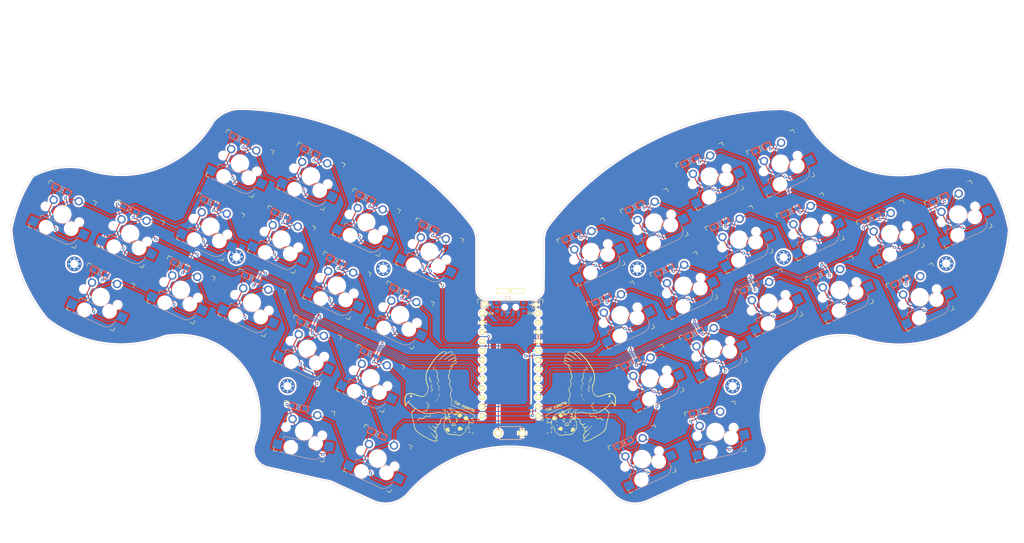
<source format=kicad_pcb>
(kicad_pcb (version 20211014) (generator pcbnew)
  (layers (0 "F.Cu" signal) (31 "B.Cu" signal) (34 "B.Paste" user) (35 "F.Paste" user) (36 "B.SilkS" user "B.Silkscreen") (37 "F.SilkS" user "F.Silkscreen") (38 "B.Mask" user) (39 "F.Mask" user) (44 "Edge.Cuts" user))
  (net 0 "")
  (net 1 "bat+")
  (net 2 "gnd")
  (net 3 "col_0")
  (net 4 "Net-(D1-Pad2)")
  (net 5 "Net-(D2-Pad2)")
  (net 6 "Net-(D3-Pad2)")
  (net 7 "col_1")
  (net 8 "Net-(D4-Pad2)")
  (net 9 "Net-(D5-Pad2)")
  (net 10 "Net-(D6-Pad2)")
  (net 11 "col_2")
  (net 12 "Net-(D7-Pad2)")
  (net 13 "Net-(D8-Pad2)")
  (net 14 "Net-(D9-Pad2)")
  (net 15 "col_3")
  (net 16 "Net-(D10-Pad2)")
  (net 17 "Net-(D11-Pad2)")
  (net 18 "Net-(D12-Pad2)")
  (net 19 "Net-(D13-Pad2)")
  (net 20 "col_4")
  (net 21 "Net-(D14-Pad2)")
  (net 22 "Net-(D15-Pad2)")
  (net 23 "Net-(D16-Pad2)")
  (net 24 "Net-(D17-Pad2)")
  (net 25 "col_5")
  (net 26 "Net-(D18-Pad2)")
  (net 27 "Net-(D19-Pad2)")
  (net 28 "Net-(D20-Pad2)")
  (net 29 "Net-(D21-Pad2)")
  (net 30 "col_6")
  (net 31 "Net-(D22-Pad2)")
  (net 32 "Net-(D23-Pad2)")
  (net 33 "Net-(D24-Pad2)")
  (net 34 "Net-(D25-Pad2)")
  (net 35 "col_7")
  (net 36 "Net-(D26-Pad2)")
  (net 37 "Net-(D27-Pad2)")
  (net 38 "Net-(D28-Pad2)")
  (net 39 "col_8")
  (net 40 "Net-(D29-Pad2)")
  (net 41 "Net-(D30-Pad2)")
  (net 42 "Net-(D31-Pad2)")
  (net 43 "col_9")
  (net 44 "Net-(D32-Pad2)")
  (net 45 "Net-(D33-Pad2)")
  (net 46 "Net-(D34-Pad2)")
  (net 47 "row_0")
  (net 48 "row_1")
  (net 49 "row_2")
  (net 50 "row_3")
  (net 51 "reset")
  (net 53 "raw")
  (footprint "keyswitches:Kailh_socket_MX_optional" (layer "F.Cu") (at 212.403197 76.283068 25)
    (fp_text reference "SW18" hide)
    (fp_text value "SW_Push" hide)
  )
  (footprint "kbd:M2_HOLE_v3" (layer "F.Cu") (at 210.650292 116.214727)
    (fp_text reference "Ref**" hide)
    (fp_text value "Val**" hide)
  )
  (footprint "kbd:M2_HOLE_v3" (layer "F.Cu") (at 268.850292 82.814727)
    (fp_text reference "Ref**" hide)
    (fp_text value "Val**" hide)
  )
  (footprint "keyswitches:Kailh_socket_MX_optional" (layer "F.Cu") (at 111.987353 114.063798 -25)
    (fp_text reference "SW25" hide)
    (fp_text value "SW_Push" hide)
  )
  (footprint "keyswitches:Kailh_socket_MX_optional" (layer "F.Cu") (at 102.797252 88.814203 -25)
    (fp_text reference "SW14" hide)
    (fp_text value "SW_Push" hide)
  )
  (footprint "keyswitches:Kailh_socket_MX_optional" (layer "F.Cu") (at 93.868709 128.504679 -13)
    (fp_text reference "SW31" hide)
    (fp_text value "SW_Push" hide)
  )
  (footprint "keyswitches:Kailh_socket_MX_optional" (layer "F.Cu") (at 28.001203 69.383522 -25)
    (fp_text reference "SW1" hide)
    (fp_text value "SW_Push" hide)
  )
  (footprint "keyswitches:Kailh_socket_MX_optional" (layer "F.Cu") (at 172.046847 79.654256 25)
    (fp_text reference "SW6" hide)
    (fp_text value "SW_Push" hide)
  )
  (footprint "keyswitches:Kailh_socket_MX_optional" (layer "F.Cu") (at 239.765884 90.004708 25)
    (fp_text reference "SW29" hide)
    (fp_text value "SW_Push" hide)
  )
  (footprint "keyswitches:Kailh_socket_MX_optional" (layer "F.Cu") (at 87.690496 76.252916 -25)
    (fp_text reference "SW13" hide)
    (fp_text value "SW_Push" hide)
  )
  (footprint "art:osprette_title" (layer "F.Cu") (at 162.546846 121.78869 23)
    (fp_text reference "G***" hide)
    (fp_text value "LOGO" hide)
  )
  (footprint "keyswitches:Kailh_socket_MX_optional" (layer "F.Cu") (at 189.266694 71.624506 25)
    (fp_text reference "SW7" hide)
    (fp_text value "SW_Push" hide)
  )
  (footprint "kbd:ResetSW" (layer "F.Cu") (at 150.046846 129.016101 180)
    (fp_text reference "SW35" hide)
    (fp_text value "SW_Push" hide)
  )
  (footprint "keyswitches:Kailh_socket_MX_optional" (layer "F.Cu") (at 128.046844 79.624101 -25)
    (fp_text reference "SW5" hide)
    (fp_text value "SW_Push" hide)
  )
  (footprint "keyswitches:Kailh_socket_MX_optional" (layer "F.Cu") (at 79.66075 93.472765 -25)
    (fp_text reference "SW23" hide)
    (fp_text value "SW_Push" hide)
  )
  (footprint "keyswitches:Kailh_socket_MX_optional" (layer "F.Cu") (at 60.327808 89.974557 -25)
    (fp_text reference "SW22" hide)
    (fp_text value "SW_Push" hide)
  )
  (footprint "keyswitches:Kailh_socket_MX_optional" (layer "F.Cu") (at 223.706391 55.565012 25)
    (fp_text reference "SW9" hide)
    (fp_text value "SW_Push" hide)
  )
  (footprint "keyswitches:Kailh_socket_MX_optional" (layer "F.Cu") (at 110.827 71.594354 -25)
    (fp_text reference "SW4" hide)
    (fp_text value "SW_Push" hide)
  )
  (footprint "kbd:M2_HOLE_v3" (layer "F.Cu") (at 184.650292 84.214727)
    (fp_text reference "Ref**" hide)
    (fp_text value "Val**" hide)
  )
  (footprint "kbd:1pin_conn" (layer "F.Cu") (at 143.046847 94.016102)
    (fp_text reference "+")
    (fp_text value "MountingHole_Pad" hide)
  )
  (footprint "keyswitches:Kailh_socket_MX_optional" (layer "F.Cu") (at 272.092489 69.413676 25)
    (fp_text reference "SW10" hide)
    (fp_text value "SW_Push" hide)
  )
  (footprint "kbd:ProMicro_v3.5" (layer "F.Cu") (at 150.046846 110.874102)
    (fp_text reference "U1" hide)
    (fp_text value "ProMicro_r" hide)
  )
  (footprint "keyswitches:Kailh_socket_MX_optional" (layer "F.Cu") (at 38.45916 91.914194 -25)
    (fp_text reference "SW21" hide)
    (fp_text value "SW_Push" hide)
  )
  (footprint "keyswitches:Kailh_socket_MX_optional" (layer "F.Cu") (at 205.938746 128.673654 13)
    (fp_text reference "SW34" hide)
    (fp_text value "SW_Push" hide)
  )
  (footprint "art:bird" (layer "F.Cu") (at 169.546847 118.788692)
    (fp_text reference "G***" hide)
    (fp_text value "LOGO" hide)
  )
  (footprint "keyswitches:Kailh_socket_MX_optional" (layer "F.Cu") (at 120.0171 96.84395 -25)
    (fp_text reference "SW15" hide)
    (fp_text value "SW_Push" hide)
  )
  (footprint "keyswitches:Kailh_socket_MX_optional" (layer "F.Cu") (at 46.488909 74.694345 -25)
    (fp_text reference "SW11" hide)
    (fp_text value "SW_Push" hide)
  )
  (footprint "keyswitches:Kailh_socket_MX_optional" (layer "F.Cu") (at 261.634533 91.944347 25)
    (fp_text reference "SW30" hide)
    (fp_text value "SW_Push" hide)
  )
  (footprint "keyswitches:Kailh_socket_MX_optional" (layer "F.Cu") (at 188.106341 114.093949 25)
    (fp_text reference "SW26" hide)
    (fp_text value "SW_Push" hide)
  )
  (footprint "keyswitches:Kailh_socket_MX_optional" (layer "F.Cu") (at 113.926991 135.932447 -25)
    (fp_text reference "SW32" hide)
    (fp_text value "SW_Push" hide)
  )
  (footprint "keyswitches:Kailh_socket_MX_optional" (layer "F.Cu") (at 204.373451 59.06322 25)
    (fp_text reference "SW8" hide)
    (fp_text value "SW_Push" hide)
  )
  (footprint "kbd:M2_HOLE_v3" (layer "F.Cu") (at 224.550292 81.114727)
    (fp_text reference "Ref**" hide)
    (fp_text value "Val**" hide)
  )
  (footprint "keyswitches:Kailh_socket_MX_optional" (layer "F.Cu") (at 197.296443 88.844357 25)
    (fp_text reference "SW17" hide)
    (fp_text value "SW_Push" hide)
  )
  (footprint "kbd:M2_HOLE_v3" (layer "F.Cu") (at 115.450292 84.214727)
    (fp_text reference "Ref**" hide)
    (fp_text value "Val**" hide)
  )
  (footprint "keyswitches:Kailh_socket_MX_optional" (layer "F.Cu") (at 68.357555 72.754708 -25)
    (fp_text reference "SW12" hide)
    (fp_text value "SW_Push" hide)
  )
  (footprint "art:bird_mirrored" (layer "F.Cu") (at 130.546846 118.78869)
    (fp_text reference "G***" hide)
    (fp_text value "LOGO" hide)
  )
  (footprint "keyswitches:Kailh_socket_MX_optional" (layer "F.Cu") (at 76.387302 55.534862 -25)
    (fp_text reference "SW2" hide)
    (fp_text value "SW_Push" hide)
  )
  (footprint "kbd:M2_HOLE_v3" (layer "F.Cu") (at 75.450292 81.014727)
    (fp_text reference "Ref**" hide)
    (fp_text value "Val**" hide)
  )
  (footprint "kbd:M2_HOLE_v3" (layer "F.Cu") (at 89.350292 116.214727)
    (fp_text reference "Ref**" hide)
    (fp_text value "Val**" hide)
  )
  (footprint "keyswitches:Kailh_socket_MX_optional" (layer "F.Cu") (at 253.604787 74.724501 25)
    (fp_text reference "SW20" hide)
    (fp_text value "SW_Push" hide)
  )
  (footprint "kbd:1pin_conn" (layer "F.Cu") (at 157.046848 94.0161)
    (fp_text reference "-")
    (fp_text value "MountingHole_Pad" hide)
  )
  (footprint "keyswitches:Kailh_socket_MX_optional" (layer "F.Cu") (at 205.326188 106.064204 25)
    (fp_text reference "SW27" hide)
    (fp_text value "SW_Push" hide)
  )
  (footprint "keyswitches:Kailh_socket_MX_optional" (layer "F.Cu") (at 220.432945 93.502917 25)
    (fp_text reference "SW28" hide)
    (fp_text value "SW_Push" hide)
  )
  (footprint "keyswitches:Kailh_socket_MX_optional" (layer "F.Cu") (at 231.736138 72.784859 25)
    (fp_text reference "SW19" hide)
    (fp_text value "SW_Push" hide)
  )
  (footprint "kbd:M2_HOLE_v3" (layer "F.Cu") (at 31.250292 82.914727)
    (fp_text reference "Ref**" hide)
    (fp_text value "Val**" hide)
  )
  (footprint "keyswitches:Kailh_socket_MX_optional" (layer "F.Cu") (at 95.720243 59.033069 -25)
    (fp_text reference "SW3" hide)
    (fp_text value "SW_Push" hide)
  )
  (footprint "keyswitches:Kailh_socket_MX_optional" (layer "F.Cu") (at 180.076594 96.874102 25)
    (fp_text reference "SW16" hide)
    (fp_text value "SW_Push" hide)
  )
  (footprint "keyswitches:Kailh_socket_MX_optional" (layer "F.Cu") (at 185.962784 136.057687 25)
    (fp_text reference "SW33" hide)
    (fp_text value "SW_Push" hide)
  )
  (footprint "art:osprette_title" (layer "F.Cu") (at 137.546847 121.788691 -22)
    (fp_text reference "G***" hide)
    (fp_text value "LOGO" hide)
  )
  (footprint "keyswitches:Kailh_socket_MX_optional" (layer "F.Cu") (at 94.767503 106.034052 -25)
    (fp_text reference "SW24" hide)
    (fp_text value "SW_Push" hide)
  )
  (footprint "kbd:D3_SMD_v2" (layer "B.Cu") (at 218.451759 51.395022 -155)
    (fp_text reference "D9" hide)
    (fp_text value "1N4148" hide)
  )
  (footprint "kbd:D3_SMD_v2" (layer "B.Cu") (at 79.477534 86.767064 155)
    (fp_text reference "D23" hide)
    (fp_text value "1N4148" hide)
  )
  (footprint "kbd:D3_SMD_v2" (layer "B.Cu") (at 199.118817 54.893228 -155)
    (fp_text reference "D8" hide)
    (fp_text value "1N4148" hide)
  )
  (footprint "kbd:D3_SMD_v2" (layer "B.Cu") (at 200.071557 101.894212 -155)
    (fp_text reference "D27" hide)
    (fp_text value "1N4148" hide)
  )
  (footprint "kbd:D3_SMD_v2" (layer "B.Cu") (at 94.584292 99.32835 155)
    (fp_text reference "D24" hide)
    (fp_text value "1N4148" hide)
  )
  (footprint "kbd:D3_SMD_v2" (layer "B.Cu") (at 76.20409 48.829161 155)
    (fp_text reference "D2" hide)
    (fp_text value "1N4148" hide)
  )
  (footprint "kbd:D3_SMD_v2" (layer "B.Cu") (at 87.507283 69.547216 155)
    (fp_text reference "D13" hide)
    (fp_text value "1N4148" hide)
  )
  (footprint "kbd:D3_SMD_v2" (layer "B.Cu") (at 111.804138 107.358097 155)
    (fp_text reference "D25" hide)
    (fp_text value "1N4148" hide)
  )
  (footprint "kbd:D3_SMD_v2" (layer "B.Cu") (at 256.379901 87.774356 -155)
    (fp_text reference "D30" hide)
    (fp_text value "1N4148" hide)
  )
  (footprint "kbd:D3_SMD_v2" (layer "B.Cu") (at 234.511252 85.834715 -155)
    (fp_text reference "D29" hide)
    (fp_text value "1N4148" hide)
  )
  (footprint "kbd:D3_SMD_v2" (layer "B.Cu") (at 215.178311 89.332925 -155)
    (fp_text reference "D28" hide)
    (fp_text value "1N4148" hide)
  )
  (footprint "kbd:D3_SMD_v2" (layer "B.Cu") (at 95.537028 52.327366 155)
    (fp_text reference "D3" hide)
    (fp_text value "1N4148" hide)
  )
  (footprint "kbd:D3_SMD_v2" (layer "B.Cu") (at 27.817988 62.677822 155)
    (fp_text reference "D1" hide)
    (fp_text value "1N4148" hide)
  )
  (footprint "kbd:D3_SMD_v2" (layer "B.Cu") (at 110.643784 64.888652 155)
    (fp_text reference "D4" hide)
    (fp_text value "1N4148" hide)
  )
  (footprint "Button_Switch_SMD:SW_SPDT_PCM12" (layer "B.Cu") (at 150.046847 95.016101)
    (fp_text reference "SW36" hide)
    (fp_text value "SW_SPDT" hide)
  )
  (footprint "kbd:D3_SMD_v2" (layer "B.Cu") (at 60.144596 83.268855 155)
    (fp_text reference "D22" hide)
    (fp_text value "1N4148" hide)
  )
  (footprint "kbd:D3_SMD_v2" (layer "B.Cu") (at 180.912069 131.792606 -155)
    (fp_text reference "D33" hide)
    (fp_text value "1N4148" hide)
  )
  (footprint "kbd:D3_SMD_v2" (layer "B.Cu") (at 248.350154 70.554506 -155)
    (fp_text reference "D20" hide)
    (fp_text value "1N4148" hide)
  )
  (footprint "kbd:D3_SMD_v2" (layer "B.Cu") (at 127.863632 72.918399 155)
    (fp_text reference "D5" hide)
    (fp_text value "1N4148" hide)
  )
  (footprint "kbd:D3_SMD_v2" (layer "B.Cu") (at 192.041809 84.674365 -155)
    (fp_text reference "D17" hide)
    (fp_text value "1N4148" hide)
  )
  (footprint "kbd:D3_SMD_v2" (layer "B.Cu") (at 166.792213 75.484263 -155)
    (fp_text reference "D6" hide)
    (fp_text value "1N4148" hide)
  )
  (footprint "kbd:D3_SMD_v2" (layer "B.Cu") (at 182.851708 109.923958 -155)
    (fp_text reference "D26" hide)
    (fp_text value "1N4148" hide)
  )
  (footprint "kbd:D3_SMD_v2" (layer "B.Cu") (at 207.148567 72.113075 -155)
    (fp_text reference "D18" hide)
    (fp_text value "1N4148" hide)
  )
  (footprint "kbd:D3_SMD_v2" (layer "B.Cu") (at 201.560275 123.27571 -167)
    (fp_text reference "D34" hide)
    (fp_text value "1N4148" hide)
  )
  (footprint "kbd:D3_SMD_v2" (layer "B.Cu") (at 68.174344 66.049006 155)
    (fp_text reference "D12" hide)
    (fp_text value "1N4148" hide)
  )
  (footprint "kbd:D3_SMD_v2" (layer "B.Cu") (at 226.481504 68.614868 -155)
    (fp_text reference "D19" hide)
    (fp_text value "1N4148" hide)
  )
  (footprint "kbd:D3_SMD_v2" (layer "B.Cu") (at 46.305692 67.988645 155)
    (fp_text reference "D11" hide)
    (fp_text value "1N4148" hide)
  )
  (footprint "kbd:D3_SMD_v2" (layer "B.Cu") (at 92.295307 121.983603 167)
    (fp_text reference "D31" hide)
    (fp_text value "1N4148" hide)
  )
  (footprint "kbd:D3_SMD_v2" (layer "B.Cu") (at 174.821962 92.704108 -155)
    (fp_text reference "D16" hide)
    (fp_text value "1N4148" hide)
  )
  (footprint "kbd:D3_SMD_v2" (layer "B.Cu") (at 113.743779 129.226744 155)
    (fp_text reference "D32" hide)
    (fp_text value "1N4148" hide)
  )
  (footprint "kbd:D3_SMD_v2" (layer "B.Cu") (at 266.837856 65.243683 -155)
    (fp_text reference "D10" hide)
    (fp_text value "1N4148" hide)
  )
  (footprint "kbd:D3_SMD_v2" (layer "B.Cu") (at 119.833886 90.138247 155)
    (fp_text reference "D15" hide)
    (fp_text value "1N4148" hide)
  )
  (footprint "kbd:D3_SMD_v2" (layer "B.Cu") (at 102.614038 82.108501 155)
    (fp_text reference "D14" hide)
    (fp_text value "1N4148" hide)
  )
  (footprint "kbd:D3_SMD_v2" (layer "B.Cu") (at 38.275946 85.208493 155)
    (fp_text reference "D21" hide)
    (fp_text value "1N4148" hide)
  )
  (footprint "kbd:D3_SMD_v2" (layer "B.Cu") (at 184.012062 67.454515 -155)
    (fp_text reference "D7" hide)
    (fp_text value "1N4148" hide)
  )
  (gr_arc (start 280.164901 58.876993) (mid 283.909453 65.951035) (end 286.128871 73.641154) (layer "Edge.Cuts") (width 0.1))
  (gr_line (start 149.969825 92.473162) (end 143.719825 92.473162) (layer "Edge.Cuts") (width 0.1))
  (gr_arc (start 19.885692 58.834072) (mid 26.745432 56.57314) (end 33.967179 56.692322) (layer "Edge.Cuts") (width 0.1))
  (gr_arc (start 219.643501 131.342188) (mid 219.687356 135.738996) (end 216.296847 138.53869) (layer "Edge.Cuts") (width 0.1))
  (gr_arc (start 69.011107 43.97601) (mid 72.273035 41.468511) (end 76.260029 40.452831) (layer "Edge.Cuts") (width 0.1))
  (gr_arc (start 99.31033 142.015093) (mid 100.983259 142.354028) (end 102.546846 143.038691) (layer "Edge.Cuts") (width 0.1))
  (gr_arc (start 219.643501 131.342188) (mid 223.705996 110.109264) (end 244.046845 102.788692) (layer "Edge.Cuts") (width 0.1))
  (gr_line (start 112.69785 147.69354) (end 102.546846 143.038691) (layer "Edge.Cuts") (width 0.1))
  (gr_arc (start 187.395842 147.69354) (mid 182.06492 148.155615) (end 177.546846 145.288691) (layer "Edge.Cuts") (width 0.1))
  (gr_arc (start 83.81033 138.515092) (mid 80.398883 135.713594) (end 80.407093 131.299266) (layer "Edge.Cuts") (width 0.1))
  (gr_arc (start 69.011107 43.97601) (mid 53.826766 56.776246) (end 33.967179 56.692322) (layer "Edge.Cuts") (width 0.1))
  (gr_line (start 156.219825 92.473163) (end 149.969825 92.473162) (layer "Edge.Cuts") (width 0.1))
  (gr_arc (start 223.797924 40.515511) (mid 227.784919 41.531192) (end 231.046848 44.038691) (layer "Edge.Cuts") (width 0.1))
  (gr_arc (start 139.569146 72.177233) (mid 140.697189 74.450284) (end 140.969825 76.973162) (layer "Edge.Cuts") (width 0.1))
  (gr_arc (start 143.719825 92.473162) (mid 141.775281 91.667706) (end 140.969825 89.723162) (layer "Edge.Cuts") (width 0.1))
  (gr_arc (start 56.003749 102.74577) (mid 76.344598 110.066342) (end 80.407093 131.299266) (layer "Edge.Cuts") (width 0.1))
  (gr_arc (start 150.046846 132.873824) (mid 165.133089 136.121363) (end 177.546846 145.288691) (layer "Edge.Cuts") (width 0.1))
  (gr_arc (start 266.090774 56.755003) (mid 273.307878 56.621876) (end 280.164901 58.876993) (layer "Edge.Cuts") (width 0.1))
  (gr_arc (start 13.921722 73.598233) (mid 16.141139 65.908114) (end 19.885692 58.834072) (layer "Edge.Cuts") (width 0.1))
  (gr_arc (start 276.309195 98.050819) (mid 260.809036 104.716636) (end 244.046845 102.788692) (layer "Edge.Cuts") (width 0.1))
  (gr_arc (start 158.969825 89.723162) (mid 158.164369 91.667706) (end 156.219825 92.473163) (layer "Edge.Cuts") (width 0.1))
  (gr_arc (start 76.260029 40.452831) (mid 111.51383 49.132395) (end 139.569146 72.177233) (layer "Edge.Cuts") (width 0.1))
  (gr_line (start 140.969825 89.723162) (end 140.969825 76.973162) (layer "Edge.Cuts") (width 0.1))
  (gr_line (start 216.296847 138.53869) (end 200.796846 142.038691) (layer "Edge.Cuts") (width 0.1))
  (gr_arc (start 159.046846 77.038692) (mid 159.319483 74.515813) (end 160.447528 72.242762) (layer "Edge.Cuts") (width 0.1))
  (gr_arc (start 266.090774 56.755003) (mid 246.231187 56.838929) (end 231.046848 44.038691) (layer "Edge.Cuts") (width 0.1))
  (gr_arc (start 197.560329 143.062289) (mid 199.123917 142.377626) (end 200.796846 142.038691) (layer "Edge.Cuts") (width 0.1))
  (gr_arc (start 122.546846 145.288691) (mid 118.028772 148.155616) (end 112.69785 147.69354) (layer "Edge.Cuts") (width 0.1))
  (gr_line (start 159.046846 77.038692) (end 158.969825 89.723162) (layer "Edge.Cuts") (width 0.1))
  (gr_line (start 197.560329 143.062289) (end 187.395842 147.69354) (layer "Edge.Cuts") (width 0.1))
  (gr_arc (start 122.546846 145.288691) (mid 134.960603 136.121363) (end 150.046846 132.873824) (layer "Edge.Cuts") (width 0.1))
  (gr_arc (start 56.003749 102.74577) (mid 39.241558 104.673714) (end 23.741399 98.007898) (layer "Edge.Cuts") (width 0.1))
  (gr_arc (start 160.447528 72.242762) (mid 188.525038 49.195565) (end 223.797924 40.515511) (layer "Edge.Cuts") (width 0.1))
  (gr_arc (start 23.741399 98.007898) (mid 16.951362 86.559444) (end 13.921722 73.598233) (layer "Edge.Cuts") (width 0.1))
  (gr_arc (start 286.128871 73.641154) (mid 283.099231 86.602364) (end 276.309195 98.050819) (layer "Edge.Cuts") (width 0.1))
  (gr_line (start 99.31033 142.015093) (end 83.81033 138.515092) (layer "Edge.Cuts") (width 0.1))
  (gr_text "+" (at 144.546847 93.78869) (layer "B.SilkS") (effects (font (size 0.8128 0.8128)) (justify mirror)))
  (gr_text "-" (at 155.546846 93.788691) (layer "B.SilkS") (effects (font (size 0.8128 0.8128)) (justify mirror)))
  (segment (start 149.150292 98.214727) (end 147.245472 98.214727) (width 0.25) (layer "B.Cu") (net 1))
  (segment (start 147.245472 98.214727) (end 143.046847 94.016102) (width 0.25) (layer "B.Cu") (net 1))
  (segment (start 150.796847 96.568173) (end 149.150292 98.214727) (width 0.25) (layer "B.Cu") (net 1))
  (segment (start 150.796847 96.446101) (end 150.796847 96.568173) (width 0.25) (layer "B.Cu") (net 1))
  (segment (start 157.658246 101.476102) (end 155.550292 99.368148) (width 0.25) (layer "F.Cu") (net 2))
  (segment (start 157.658246 101.476102) (end 157.658246 104.016102) (width 0.25) (layer "F.Cu") (net 2))
  (segment (start 153.296846 129.016101) (end 153.296847 105.768172) (width 0.25) (layer "F.Cu") (net 2))
  (segment (start 142.438246 98.936102) (end 146.464774 98.936102) (width 0.25) (layer "F.Cu") (net 2))
  (segment (start 146.464774 98.936102) (end 153.296847 105.768172) (width 0.25) (layer "F.Cu") (net 2))
  (segment (start 155.550292 99.368148) (end 155.550292 95.512657) (width 0.25) (layer "F.Cu") (net 2))
  (segment (start 155.048918 104.016102) (end 157.658246 104.016102) (width 0.25) (layer "F.Cu") (net 2))
  (segment (start 155.550292 95.512657) (end 157.046848 94.0161) (width 0.25) (layer "F.Cu") (net 2))
  (segment (start 153.296847 105.768172) (end 155.048918 104.016102) (width 0.25) (layer "F.Cu") (net 2))
  (segment (start 29.669459 67.251936) (end 39.001321 71.603455) (width 0.25) (layer "F.Cu") (net 3))
  (segment (start 38.903348 79.604038) (end 42.712947 81.380483) (width 0.25) (layer "F.Cu") (net 3))
  (segment (start 49.913321 74.230814) (end 48.715131 70.938812) (width 0.25) (layer "F.Cu") (net 3))
  (segment (start 44.711884 80.652929) (end 46.312854 77.219635) (width 0.25) (layer "F.Cu") (net 3))
  (segment (start 38.278228 77.88654) (end 38.761918 79.215462) (width 0.25) (layer "F.Cu") (net 3))
  (segment (start 49.913321 74.230814) (end 53.329725 75.823907) (width 0.25) (layer "F.Cu") (net 3))
  (segment (start 48.970707 76.252256) (end 49.913321 74.230814) (width 0.25) (layer "F.Cu") (net 3))
  (segment (start 40.177237 86.818329) (end 38.848311 87.302019) (width 0.25) (layer "F.Cu") (net 3))
  (segment (start 48.715131 70.938812) (end 47.331212 70.293479) (width 0.25) (layer "F.Cu") (net 3))
  (segment (start 38.761918 79.215462) (end 38.903348 79.604038) (width 0.25) (layer "F.Cu") (net 3))
  (segment (start 28.843509 64.982656) (end 29.669459 67.251936) (width 0.25) (layer "F.Cu") (net 3))
  (segment (start 42.712947 81.380483) (end 44.711884 80.652929) (width 0.25) (layer "F.Cu") (net 3))
  (segment (start 39.001321 71.603455) (end 39.9687 74.261306) (width 0.25) (layer "F.Cu") (net 3))
  (segment (start 53.329725 75.823907) (end 53.441176 76.130112) (width 0.25) (layer "F.Cu") (net 3))
  (segment (start 46.312854 77.219635) (end 48.970707 76.252256) (width 0.25) (layer "F.Cu") (net 3))
  (segment (start 42.712947 81.380483) (end 40.177237 86.818329) (width 0.25) (layer "F.Cu") (net 3))
  (segment (start 39.9687 74.261306) (end 38.278228 77.88654) (width 0.25) (layer "F.Cu") (net 3))
  (via (at 53.441176 76.130112) (size 0.8) (drill 0.4) (layers "F.Cu" "B.Cu") (net 3))
  (via (at 47.331212 70.293479) (size 0.8) (drill 0.4) (layers "F.Cu" "B.Cu") (net 3))
  (via (at 28.843509 64.982656) (size 0.8) (drill 0.4) (layers "F.Cu" "B.Cu") (net 3))
  (via (at 38.848311 87.302019) (size 0.8) (drill 0.4) (layers "F.Cu" "B.Cu") (net 3))
  (segment (start 87.33611 88.625445) (end 89.148723 89.470682) (width 0.25) (layer "B.Cu") (net 3))
  (segment (start 89.148723 89.470682) (end 91.567172 96.115314) (width 0.25) (layer "B.Cu") (net 3))
  (segment (start 74.286254 85.850333) (end 78.273032 84.399266) (width 0.25) (layer "B.Cu") (net 3))
  (segment (start 78.273032 84.399266) (end 86.429801 88.20283) (width 0.25) (layer "B.Cu") (net 3))
  (segment (start 47.976544 68.909562) (end 47.914388 68.738792) (width 0.25) (layer "B.Cu") (net 3))
  (segment (start 123.553143 111.030618) (end 138.481311 111.030618) (width 0.25) (layer "B.Cu") (net 3))
  (segment (start 47.331212 70.293479) (end 47.976544 68.909562) (width 0.25) (layer "B.Cu") (net 3))
  (segment (start 138.481311 111.030618) (end 139.504352 112.053659) (width 0.25) (layer "B.Cu") (net 3))
  (segment (start 38.848311 87.302019) (end 39.390948 86.138331) (width 0.25) (layer "B.Cu") (net 3))
  (segment (start 139.504351 116.322208) (end 142.438246 119.256102) (width 0.25) (layer "B.Cu") (net 3))
  (segment (start 39.390948 86.138331) (end 39.884641 85.95864) (width 0.25) (layer "B.Cu") (net 3))
  (segment (start 91.567172 96.115314) (end 123.553143 111.030618) (width 0.25) (layer "B.Cu") (net 3))
  (segment (start 28.843509 64.982656) (end 29.48884 63.59874) (width 0.25) (layer "B.Cu") (net 3))
  (segment (start 86.429801 88.20283) (end 87.33611 88.625445) (width 0.25) (layer "B.Cu") (net 3))
  (segment (start 29.48884 63.59874) (end 29.426684 63.427969) (width 0.25) (layer "B.Cu") (net 3))
  (segment (start 53.441176 76.130112) (end 74.286254 85.850333) (width 0.25) (layer "B.Cu") (net 3))
  (segment (start 139.504352 112.053659) (end 139.504351 116.322208) (width 0.25) (layer "B.Cu") (net 3))
  (segment (start 24.275407 68.358293) (end 26.073608 73.298807) (width 0.25) (layer "F.Cu") (net 4))
  (segment (start 25.621623 65.471325) (end 24.275407 68.358293) (width 0.25) (layer "F.Cu") (net 4))
  (via (at 26.073608 73.298807) (size 0.8) (drill 0.4) (layers "F.Cu" "B.Cu") (net 4))
  (segment (start 26.557297 74.627733) (end 30.027762 76.246037) (width 0.25) (layer "B.Cu") (net 4))
  (segment (start 26.209292 61.927674) (end 25.15486 64.18891) (width 0.25) (layer "B.Cu") (net 4))
  (segment (start 25.15486 64.18891) (end 25.621621 65.471325) (width 0.25) (layer "B.Cu") (net 4))
  (segment (start 26.073608 73.298807) (end 26.557297 74.627733) (width 0.25) (layer "B.Cu") (net 4))
  (segment (start 30.027762 76.246037) (end 33.779441 74.88054) (width 0.25) (layer "B.Cu") (net 4))
  (segment (start 74.007722 51.622662) (end 72.661504 54.50963) (width 0.25) (layer "F.Cu") (net 5))
  (segment (start 72.661504 54.50963) (end 74.459706 59.450144) (width 0.25) (layer "F.Cu") (net 5))
  (via (at 74.459706 59.450144) (size 0.8) (drill 0.4) (layers "F.Cu" "B.Cu") (net 5))
  (segment (start 74.595394 48.079013) (end 73.54096 50.340254) (width 0.25) (layer "B.Cu") (net 5))
  (segment (start 74.943394 60.779072) (end 78.41386 62.397375) (width 0.25) (layer "B.Cu") (net 5))
  (segment (start 73.54096 50.340254) (end 74.007718 51.622664) (width 0.25) (layer "B.Cu") (net 5))
  (segment (start 74.459706 59.450144) (end 74.943394 60.779072) (width 0.25) (layer "B.Cu") (net 5))
  (segment (start 78.41386 62.397375) (end 82.16554 61.031876) (width 0.25) (layer "B.Cu") (net 5))
  (segment (start 91.994445 58.007839) (end 93.792645 62.948355) (width 0.25) (layer "F.Cu") (net 6))
  (segment (start 93.340662 55.120871) (end 91.994445 58.007839) (width 0.25) (layer "F.Cu") (net 6))
  (via (at 93.792645 62.948355) (size 0.8) (drill 0.4) (layers "F.Cu" "B.Cu") (net 6))
  (segment (start 94.276333 64.27728) (end 97.746801 65.895585) (width 0.25) (layer "B.Cu") (net 6))
  (segment (start 93.792645 62.948355) (end 94.276333 64.27728) (width 0.25) (layer "B.Cu") (net 6))
  (segment (start 97.746801 65.895585) (end 101.498482 64.530084) (width 0.25) (layer "B.Cu") (net 6))
  (segment (start 92.8739 53.838455) (end 93.340662 55.120871) (width 0.25) (layer "B.Cu") (net 6))
  (segment (start 93.928332 51.577218) (end 92.8739 53.838455) (width 0.25) (layer "B.Cu") (net 6))
  (segment (start 70.839355 74.312618) (end 68.181503 75.279996) (width 0.25) (layer "F.Cu") (net 7))
  (segment (start 64.079481 79.030471) (end 63.769004 79.696294) (width 0.25) (layer "F.Cu") (net 7))
  (segment (start 70.37495 68.901795) (end 69.199861 68.353841) (width 0.25) (layer "F.Cu") (net 7))
  (segment (start 69.137706 68.183073) (end 69.199861 68.353841) (width 0.25) (layer "F.Cu") (net 7))
  (segment (start 63.833178 79.872608) (end 64.739482 80.295224) (width 0.25) (layer "F.Cu") (net 7))
  (segment (start 63.769004 79.696294) (end 61.210657 85.182689) (width 0.25) (layer "F.Cu") (net 7))
  (segment (start 76.211251 58.060148) (end 74.943394 60.779072) (width 0.25) (layer "F.Cu") (net 7))
  (segment (start 72.109227 61.810625) (end 69.137706 68.183073) (width 0.25) (layer "F.Cu") (net 7))
  (segment (start 61.210657 85.182689) (end 60.71696 85.36238) (width 0.25) (layer "F.Cu") (net 7))
  (segment (start 66.913647 77.998919) (end 64.079481 79.030471) (width 0.25) (layer "F.Cu") (net 7))
  (segment (start 79.714339 55.280153) (end 78.869104 57.092767) (width 0.25) (layer "F.Cu") (net 7))
  (segment (start 78.869104 57.092767) (end 76.211251 58.060148) (width 0.25) (layer "F.Cu") (net 7))
  (segment (start 74.943394 60.779072) (end 72.109227 61.810625) (width 0.25) (layer "F.Cu") (net 7))
  (segment (start 78.404699 51.681948) (end 77.229608 51.133993) (width 0.25) (layer "F.Cu") (net 7))
  (segment (start 63.769004 79.696294) (end 63.833178 79.872608) (width 0.25) (layer "F.Cu") (net 7))
  (segment (start 68.181503 75.279996) (end 66.913647 77.998919) (width 0.25) (layer "F.Cu") (net 7))
  (segment (start 79.714339 55.280153) (end 78.404699 51.681948) (width 0.25) (layer "F.Cu") (net 7))
  (segment (start 71.68459 72.500001) (end 70.839355 74.312618) (width 0.25) (layer "F.Cu") (net 7))
  (segment (start 71.68459 72.500001) (end 70.37495 68.901795) (width 0.25) (layer "F.Cu") (net 7))
  (via (at 64.739482 80.295224) (size 0.8) (drill 0.4) (layers "F.Cu" "B.Cu") (net 7))
  (via (at 69.199861 68.353841) (size 0.8) (drill 0.4) (layers "F.Cu" "B.Cu") (net 7))
  (via (at 60.71696 85.36238) (size 0.8) (drill 0.4) (layers "F.Cu" "B.Cu") (net 7))
  (via (at 77.229608 51.133993) (size 0.8) (drill 0.4) (layers "F.Cu" "B.Cu") (net 7))
  (segment (start 78.294255 83.91317) (end 89.507455 89.141971) (width 0.25) (layer "B.Cu") (net 7))
  (segment (start 74.307477 85.364238) (end 78.294255 83.91317) (width 0.25) (layer "B.Cu") (net 7))
  (segment (start 65.005747 81.026773) (end 74.307477 85.364238) (width 0.25) (layer "B.Cu") (net 7))
  (segment (start 60.71696 85.36238) (end 61.259595 84.198694) (width 0.25) (layer "B.Cu") (net 7))
  (segment (start 61.259595 84.198694) (end 61.753292 84.019002) (width 0.25) (layer "B.Cu") (net 7))
  (segment (start 138.707095 110.256402) (end 140.054833 111.604138) (width 0.25) (layer "B.Cu") (net 7))
  (segment (start 122.956488 110.256401) (end 138.707095 110.256402) (width 0.25) (layer "B.Cu") (net 7))
  (segment (start 64.739482 80.295224) (end 65.005747 81.026773) (width 0.25) (layer "B.Cu") (net 7))
  (segment (start 140.054833 111.604138) (end 140.054832 114.33269) (width 0.25) (layer "B.Cu") (net 7))
  (segment (start 69.845194 66.969919) (end 69.78304 66.799154) (width 0.25) (layer "B.Cu") (net 7))
  (segment (start 69.199861 68.353841) (end 69.845194 66.969919) (width 0.25) (layer "B.Cu") (net 7))
  (segment (start 89.507455 89.141971) (end 91.9259 95.786601) (width 0.25) (layer "B.Cu") (net 7))
  (segment (start 77.229608 51.133993) (end 77.87494 49.750073) (width 0.25) (layer "B.Cu") (net 7))
  (segment (start 140.054832 114.33269) (end 142.438247 116.716101) (width 0.25) (layer "B.Cu") (net 7))
  (segment (start 77.87494 49.750073) (end 77.812787 49.579308) (width 0.25) (layer "B.Cu") (net 7))
  (segment (start 91.9259 95.786601) (end 122.956488 110.256401) (width 0.25) (layer "B.Cu") (net 7))
  (segment (start 107.101202 70.569124) (end 108.899403 75.509638) (width 0.25) (layer "F.Cu") (net 8))
  (segment (start 108.447414 67.682157) (end 107.101202 70.569124) (width 0.25) (layer "F.Cu") (net 8))
  (via (at 108.899403 75.509638) (size 0.8) (drill 0.4) (layers "F.Cu" "B.Cu") (net 8))
  (segment (start 112.853555 78.456871) (end 116.605234 77.09137) (width 0.25) (layer "B.Cu") (net 8))
  (segment (start 109.383088 76.838565) (end 112.853555 78.456871) (width 0.25) (layer "B.Cu") (net 8))
  (segment (start 109.035088 64.138504) (end 107.980656 66.399741) (width 0.25) (layer "B.Cu") (net 8))
  (segment (start 107.980656 66.399741) (end 108.447417 67.682157) (width 0.25) (layer "B.Cu") (net 8))
  (segment (start 108.899403 75.509638) (end 109.383088 76.838565) (width 0.25) (layer "B.Cu") (net 8))
  (segment (start 124.321049 78.598872) (end 126.11925 83.539385) (width 0.25) (layer "F.Cu") (net 9))
  (segment (start 125.667262 75.711905) (end 124.321049 78.598872) (width 0.25) (layer "F.Cu") (net 9))
  (via (at 126.11925 83.539385) (size 0.8) (drill 0.4) (layers "F.Cu" "B.Cu") (net 9))
  (segment (start 126.11925 83.539385) (end 126.602938 84.868312) (width 0.25) (layer "B.Cu") (net 9))
  (segment (start 125.200502 74.429489) (end 125.667263 75.711904) (width 0.25) (layer "B.Cu") (net 9))
  (segment (start 130.073404 86.486618) (end 133.825082 85.121116) (width 0.25) (layer "B.Cu") (net 9))
  (segment (start 126.254935 72.168251) (end 125.200502 74.429489) (width 0.25) (layer "B.Cu") (net 9))
  (segment (start 126.602938 84.868312) (end 130.073404 86.486618) (width 0.25) (layer "B.Cu") (net 9))
  (segment (start 168.799873 81.706325) (end 173.198617 83.307337) (width 0.25) (layer "F.Cu") (net 10))
  (segment (start 167.520363 78.962408) (end 168.799873 81.706325) (width 0.25) (layer "F.Cu") (net 10))
  (via (at 173.198617 83.307337) (size 0.8) (drill 0.4) (layers "F.Cu" "B.Cu") (net 10))
  (segment (start 173.198617 83.307337) (end 174.527543 83.791026) (width 0.25) (layer "B.Cu") (net 10))
  (segment (start 166.237949 78.495648) (end 167.520364 78.962409) (width 0.25) (layer "B.Cu") (net 10))
  (segment (start 174.527543 83.791026) (end 178.880018 81.761436) (width 0.25) (layer "B.Cu") (net 10))
  (segment (start 178.880018 81.761436) (end 179.971985 78.761281) (width 0.25) (layer "B.Cu") (net 10))
  (segment (start 165.183516 76.234411) (end 166.237949 78.495648) (width 0.25) (layer "B.Cu") (net 10))
  (segment (start 82.567185 84.341297) (end 80.543597 88.680897) (width 0.25) (layer "F.Cu") (net 11))
  (segment (start 87.514445 78.778204) (end 86.246589 81.497127) (width 0.25) (layer "F.Cu") (net 11))
  (segment (start 97.737638 55.180156) (end 96.562546 54.632201) (width 0.25) (layer "F.Cu") (net 11))
  (segment (start 89.916718 72.497382) (end 88.079646 71.64074) (width 0.25) (layer "F.Cu") (net 11))
  (segment (start 95.54419 61.558357) (end 94.276333 64.27728) (width 0.25) (layer "F.Cu") (net 11))
  (segment (start 99.047277 58.778361) (end 97.737638 55.180156) (width 0.25) (layer "F.Cu") (net 11))
  (segment (start 91.114909 75.789382) (end 89.916718 72.497382) (width 0.25) (layer "F.Cu") (net 11))
  (segment (start 86.246589 81.497127) (end 83.412421 82.52868) (width 0.25) (layer "F.Cu") (net 11))
  (segment (start 99.047277 58.778361) (end 98.202042 60.590977) (width 0.25) (layer "F.Cu") (net 11))
  (segment (start 83.412421 82.52868) (end 82.567185 84.341297) (width 0.25) (layer "F.Cu") (net 11))
  (segment (start 94.276333 64.27728) (end 90.948473 65.488523) (width 0.25) (layer "F.Cu") (net 11))
  (segment (start 90.172296 77.810824) (end 87.514445 78.778204) (width 0.25) (layer "F.Cu") (net 11))
  (segment (start 82.902528 85.262646) (end 83.300734 85.448331) (width 0.25) (layer "F.Cu") (net 11))
  (segment (start 80.543597 88.680897) (end 80.049899 88.860589) (width 0.25) (layer "F.Cu") (net 11))
  (segment (start 91.114909 75.789382) (end 90.172296 77.810824) (width 0.25) (layer "F.Cu") (net 11))
  (segment (start 82.567185 84.341297) (end 82.902528 85.262646) (width 0.25) (layer "F.Cu") (net 11))
  (segment (start 90.948473 65.488523) (end 88.079646 71.64074) (width 0.25) (layer "F.Cu") (net 11))
  (segment (start 98.202042 60.590977) (end 95.54419 61.558357) (width 0.25) (layer "F.Cu") (net 11))
  (via (at 96.562546 54.632201) (size 0.8) (drill 0.4) (layers "F.Cu" "B.Cu") (net 11))
  (via (at 83.300734 85.448331) (size 0.8) (drill 0.4) (layers "F.Cu" "B.Cu") (net 11))
  (via (at 88.079646 71.64074) (size 0.8) (drill 0.4) (layers "F.Cu" "B.Cu") (net 11))
  (via (at 80.049899 88.860589) (size 0.8) (drill 0.4) (layers "F.Cu" "B.Cu") (net 11))
  (segment (start 139.077553 109.62686) (end 140.504351 111.05366) (width 0.25) (layer "B.Cu") (net 11))
  (segment (start 140.504352 112.242208) (end 142.438246 114.176101) (width 0.25) (layer "B.Cu") (net 11))
  (segment (start 89.86618 88.813257) (end 92.284627 95.457888) (width 0.25) (layer "B.Cu") (net 11))
  (segment (start 88.622281 70.477055) (end 89.115979 70.297364) (width 0.25) (layer "B.Cu") (net 11))
  (segment (start 83.276023 85.740216) (end 89.86618 88.813257) (width 0.25) (layer "B.Cu") (net 11))
  (segment (start 97.207879 53.248282) (end 97.145724 53.077514) (width 0.25) (layer "B.Cu") (net 11))
  (segment (start 92.284627 95.457888) (end 122.670086 109.62686) (width 0.25) (layer "B.Cu") (net 11))
  (segment (start 80.049899 88.860589) (end 80.592535 87.696901) (width 0.25) (layer "B.Cu") (net 11))
  (segment (start 140.504351 111.05366) (end 140.504352 112.242208) (width 0.25) (layer "B.Cu") (net 11))
  (segment (start 83.227189 85.606049) (end 83.276023 85.740216) (width 0.25) (layer "B.Cu") (net 11))
  (segment (start 88.079646 71.64074) (end 88.622281 70.477055) (width 0.25) (layer "B.Cu") (net 11))
  (segment (start 83.300734 85.448331) (end 83.227189 85.606049) (width 0.25) (layer "B.Cu") (net 11))
  (segment (start 122.670086 109.62686) (end 139.077553 109.62686) (width 0.25) (layer "B.Cu") (net 11))
  (segment (start 96.562546 54.632201) (end 97.207879 53.248282) (width 0.25) (layer "B.Cu") (net 11))
  (segment (start 80.592535 87.696901) (end 81.08623 87.517211) (width 0.25) (layer "B.Cu") (net 11))
  (segment (start 184.740211 70.93266) (end 186.01972 73.676578) (width 0.25) (layer "F.Cu") (net 12))
  (segment (start 186.01972 73.676578) (end 190.418465 75.27759) (width 0.25) (layer "F.Cu") (net 12))
  (via (at 190.418465 75.27759) (size 0.8) (drill 0.4) (layers "F.Cu" "B.Cu") (net 12))
  (segment (start 191.747392 75.761281) (end 196.099864 73.731689) (width 0.25) (layer "B.Cu") (net 12))
  (segment (start 183.4578 70.4659) (end 184.740211 70.93266) (width 0.25) (layer "B.Cu") (net 12))
  (segment (start 190.418465 75.27759) (end 191.747392 75.761281) (width 0.25) (layer "B.Cu") (net 12))
  (segment (start 196.099864 73.731689) (end 197.191831 70.731534) (width 0.25) (layer "B.Cu") (net 12))
  (segment (start 182.403367 68.204662) (end 183.4578 70.4659) (width 0.25) (layer "B.Cu") (net 12))
  (segment (start 199.846969 58.371374) (end 201.12648 61.115292) (width 0.25) (layer "F.Cu") (net 13))
  (segment (start 201.12648 61.115292) (end 205.525222 62.716304) (width 0.25) (layer "F.Cu") (net 13))
  (via (at 205.525222 62.716304) (size 0.8) (drill 0.4) (layers "F.Cu" "B.Cu") (net 13))
  (segment (start 211.206621 61.170402) (end 212.298588 58.170247) (width 0.25) (layer "B.Cu") (net 13))
  (segment (start 198.564553 57.904612) (end 199.846968 58.371373) (width 0.25) (layer "B.Cu") (net 13))
  (segment (start 206.854148 63.199993) (end 211.206621 61.170402) (width 0.25) (layer "B.Cu") (net 13))
  (segment (start 197.510121 55.643375) (end 198.564553 57.904612) (width 0.25) (layer "B.Cu") (net 13))
  (segment (start 205.525222 62.716304) (end 206.854148 63.199993) (width 0.25) (layer "B.Cu") (net 13))
  (segment (start 220.459419 57.617084) (end 224.858161 59.218096) (width 0.25) (layer "F.Cu") (net 14))
  (segment (start 219.179907 54.873165) (end 220.459419 57.617084) (width 0.25) (layer "F.Cu") (net 14))
  (via (at 224.858161 59.218096) (size 0.8) (drill 0.4) (layers "F.Cu" "B.Cu") (net 14))
  (segment (start 226.187086 59.701784) (end 230.53956 57.672195) (width 0.25) (layer "B.Cu") (net 14))
  (segment (start 217.897494 54.406406) (end 219.179908 54.873166) (width 0.25) (layer "B.Cu") (net 14))
  (segment (start 230.53956 57.672195) (end 231.631528 54.67204) (width 0.25) (layer "B.Cu") (net 14))
  (segment (start 224.858161 59.218096) (end 226.187086 59.701784) (width 0.25) (layer "B.Cu") (net 14))
  (segment (start 216.843062 52.14517) (end 217.897494 54.406406) (width 0.25) (layer "B.Cu") (net 14))
  (segment (start 97.786084 96.662094) (end 98.051279 96.785757) (width 0.25) (layer "F.Cu") (net 15))
  (segment (start 106.221666 88.350667) (end 105.023476 85.058667) (width 0.25) (layer "F.Cu") (net 15))
  (segment (start 98.051279 96.785757) (end 98.179325 97.137558) (width 0.25) (layer "F.Cu") (net 15))
  (segment (start 97.168811 115.64057) (end 97.211223 115.549611) (width 0.25) (layer "F.Cu") (net 15))
  (segment (start 106.548925 77.870117) (end 103.680099 84.022336) (width 0.25) (layer "F.Cu") (net 15))
  (segment (start 93.746215 110.371954) (end 94.229905 111.700879) (width 0.25) (layer "F.Cu") (net 15))
  (segment (start 105.279052 90.372111) (end 102.6212 91.33949) (width 0.25) (layer "F.Cu") (net 15))
  (segment (start 113.053224 67.838819) (end 111.669303 67.193486) (width 0.25) (layer "F.Cu") (net 15))
  (segment (start 101.353342 94.058413) (end 98.519176 95.089965) (width 0.25) (layer "F.Cu") (net 15))
  (segment (start 102.6212 91.33949) (end 101.353342 94.058413) (width 0.25) (layer "F.Cu") (net 15))
  (segment (start 103.680099 84.022336) (end 103.186404 84.202026) (width 0.25) (layer "F.Cu") (net 15))
  (segment (start 97.211223 115.549611) (end 97.338969 115.503116) (width 0.25) (layer "F.Cu") (net 15))
  (segment (start 109.383088 76.838565) (end 106.548925 77.870117) (width 0.25) (layer "F.Cu") (net 15))
  (segment (start 97.786084 96.662094) (end 95.758965 101.009264) (width 0.25) (layer "F.Cu") (net 15))
  (segment (start 94.229905 111.700879) (end 96.042521 112.546117) (width 0.25) (layer "F.Cu") (net 15))
  (segment (start 96.579295 107.835821) (end 94.591451 108.559338) (width 0.25) (layer "F.Cu") (net 15))
  (segment (start 96.969271 102.267111) (end 97.93665 104.924963) (width 0.25) (layer "F.Cu") (net 15))
  (segment (start 98.519176 95.089965) (end 97.786084 96.662094) (width 0.25) (layer "F.Cu") (net 15))
  (segment (start 110.650947 74.119642) (end 109.383088 76.838565) (width 0.25) (layer "F.Cu") (net 15))
  (segment (start 96.969271 102.267111) (end 96.062963 101.844491) (width 0.25) (layer "F.Cu") (net 15))
  (segment (start 113.3088 73.152263) (end 110.650947 74.119642) (width 0.25) (layer "F.Cu") (net 15))
  (segment (start 106.221666 88.350667) (end 105.279052 90.372111) (width 0.25) (layer "F.Cu") (net 15))
  (segment (start 114.251416 71.13082) (end 113.053224 67.838819) (width 0.25) (layer "F.Cu") (net 15))
  (segment (start 97.168811 115.64057) (end 96.042521 112.546117) (width 0.25) (layer "F.Cu") (net 15))
  (segment (start 105.023476 85.058667) (end 103.186404 84.202026) (width 0.25) (layer "F.Cu") (net 15))
  (segment (start 94.591451 108.559338) (end 93.746215 110.371954) (width 0.25) (layer "F.Cu") (net 15))
  (segment (start 97.93665 104.924963) (end 96.579295 107.835821) (width 0.25) (layer "F.Cu") (net 15))
  (segment (start 114.251416 71.13082) (end 113.3088 73.152263) (width 0.25) (layer "F.Cu") (net 15))
  (segment (start 95.758965 101.009264) (end 96.062963 101.844491) (width 0.25) (layer "F.Cu") (net 15))
  (via (at 98.179325 97.137558) (size 0.8) (drill 0.4) (layers "F.Cu" "B.Cu") (net 15))
  (via (at 111.669303 67.193486) (size 0.8) (drill 0.4) (layers "F.Cu" "B.Cu") (net 15))
  (via (at 103.186404 84.202026) (size 0.8) (drill 0.4) (layers "F.Cu" "B.Cu") (net 15))
  (via (at 96.062963 101.844491) (size 0.8) (drill 0.4) (layers "F.Cu" "B.Cu") (net 15))
  (via (at 97.338969 115.503116) (size 0.8) (drill 0.4) (layers "F.Cu" "B.Cu") (net 15))
  (segment (start 103.186404 84.202026) (end 103.729039 83.038339) (width 0.25) (layer "B.Cu") (net 15))
  (segment (start 139.601617 108.799474) (end 142.438246 111.636102) (width 0.25) (layer "B.Cu") (net 15))
  (segment (start 111.669303 67.193486) (end 112.314635 65.809569) (width 0.25) (layer "B.Cu") (net 15))
  (segment (start 98.179325 97.137558) (end 98.43055 97.827788) (width 0.25) (layer "B.Cu") (net 15))
  (segment (start 112.314635 65.809569) (end 112.252479 65.638799) (width 0.25) (layer "B.Cu") (net 15))
  (segment (start 103.729039 83.038339) (end 104.222735 82.858649) (width 0.25) (layer "B.Cu") (net 15))
  (segment (start 96.496987 100.913726) (end 96.192988 100.078496) (width 0.25) (layer "B.Cu") (net 15))
  (segment (start 94.024814 122.382891) (end 97.211225 115.549612) (width 0.25) (layer "B.Cu") (net 15))
  (segment (start 96.062963 101.844491) (end 96.496987 100.913726) (width 0.25) (layer "B.Cu") (net 15))
  (segment (start 121.959403 108.799473) (end 139.601617 108.799474) (width 0.25) (layer "B.Cu") (net 15))
  (segment (start 97.211225 115.549612) (end 97.338969 115.503116) (width 0.25) (layer "B.Cu") (net 15))
  (segment (start 98.43055 97.827788) (end 121.959403 108.799473) (width 0.25) (layer "B.Cu") (net 15))
  (segment (start 268.845516 71.465746) (end 273.24426 73.066758) (width 0.25) (layer "F.Cu") (net 16))
  (segment (start 267.566006 68.721831) (end 268.845516 71.465746) (width 0.25) (layer "F.Cu") (net 16))
  (via (at 273.24426 73.066758) (size 0.8) (drill 0.4) (layers "F.Cu" "B.Cu") (net 16))
  (segment (start 278.92566 71.520857) (end 280.017626 68.520704) (width 0.25) (layer "B.Cu") (net 16))
  (segment (start 273.24426 73.066758) (end 274.573186 73.550449) (width 0.25) (layer "B.Cu") (net 16))
  (segment (start 274.573186 73.550449) (end 278.92566 71.520857) (width 0.25) (layer "B.Cu") (net 16))
  (segment (start 265.22916 65.99383) (end 266.283593 68.25507) (width 0.25) (layer "B.Cu") (net 16))
  (segment (start 266.283593 68.25507) (end 267.566007 68.72183) (width 0.25) (layer "B.Cu") (net 16))
  (segment (start 42.763111 73.669115) (end 44.561309 78.609632) (width 0.25) (layer "F.Cu") (net 17))
  (segment (start 44.109326 70.78215) (end 42.763111 73.669115) (width 0.25) (layer "F.Cu") (net 17))
  (segment (start 42.761526 67.079095) (end 42.980446 66.609618) (width 0.25) (layer "F.Cu") (net 17))
  (segment (start 44.109326 70.782148) (end 42.761526 67.079095) (width 0.25) (layer "F.Cu") (net 17))
  (via (at 44.561309 78.609632) (size 0.8) (drill 0.4) (layers "F.Cu" "B.Cu") (net 17))
  (via (at 42.980446 66.609618) (size 0.8) (drill 0.4) (layers "F.Cu" "B.Cu") (net 17))
  (segment (start 44.561309 78.609632) (end 45.045 79.938559) (width 0.25) (layer "B.Cu") (net 17))
  (segment (start 42.980446 66.609618) (end 44.490365 67.313705) (width 0.25) (layer "B.Cu") (net 17))
  (segment (start 45.045 79.938559) (end 48.515461 81.556861) (width 0.25) (layer "B.Cu") (net 17))
  (segment (start 44.490365 67.313705) (end 44.696996 67.238497) (width 0.25) (layer "B.Cu") (net 17))
  (segment (start 48.515461 81.556861) (end 52.267145 80.191361) (width 0.25) (layer "B.Cu") (net 17))
  (segment (start 64.631757 71.729478) (end 66.429956 76.669992) (width 0.25) (layer "F.Cu") (net 18))
  (segment (start 65.977974 68.84251) (end 64.631757 71.729478) (width 0.25) (layer "F.Cu") (net 18))
  (via (at 66.429956 76.669992) (size 0.8) (drill 0.4) (layers "F.Cu" "B.Cu") (net 18))
  (segment (start 70.384112 79.617225) (end 74.135793 78.251724) (width 0.25) (layer "B.Cu") (net 18))
  (segment (start 66.565648 65.298859) (end 65.511214 67.560099) (width 0.25) (layer "B.Cu") (net 18))
  (segment (start 66.429956 76.669992) (end 66.913647 77.998919) (width 0.25) (layer "B.Cu") (net 18))
  (segment (start 66.913647 77.998919) (end 70.384112 79.617225) (width 0.25) (layer "B.Cu") (net 18))
  (segment (start 65.511214 67.560099) (end 65.977974 68.84251) (width 0.25) (layer "B.Cu") (net 18))
  (segment (start 83.964698 75.227687) (end 85.762899 80.1682) (width 0.25) (layer "F.Cu") (net 19))
  (segment (start 85.310915 72.340719) (end 83.964698 75.227687) (width 0.25) (layer "F.Cu") (net 19))
  (via (at 85.762899 80.1682) (size 0.8) (drill 0.4) (layers "F.Cu" "B.Cu") (net 19))
  (segment (start 84.844154 71.058307) (end 85.310915 72.340719) (width 0.25) (layer "B.Cu") (net 19))
  (segment (start 85.898586 68.797069) (end 84.844154 71.058307) (width 0.25) (layer "B.Cu") (net 19))
  (segment (start 85.762899 80.1682) (end 86.246589 81.497127) (width 0.25) (layer "B.Cu") (net 19))
  (segment (start 89.717053 83.115435) (end 93.468733 81.749933) (width 0.25) (layer "B.Cu") (net 19))
  (segment (start 86.246589 81.497127) (end 89.717053 83.115435) (width 0.25) (layer "B.Cu") (net 19))
  (segment (start 111.8113 116.589085) (end 114.469153 115.621706) (width 0.25) (layer "F.Cu") (net 20))
  (segment (start 115.411768 113.600263) (end 114.213579 110.308262) (width 0.25) (layer "F.Cu") (net 20))
  (segment (start 118.573192 102.088159) (end 115.739025 103.119712) (width 0.25) (layer "F.Cu") (net 20))
  (segment (start 111.171467 118.966048) (end 110.966063 118.401701) (width 0.25) (layer "F.Cu") (net 20))
  (segment (start 115.303212 104.054316) (end 115.00593 104.691837) (width 0.25) (layer "F.Cu") (net 20))
  (segment (start 130.273072 75.868566) (end 128.889152 75.223234) (width 0.25) (layer "F.Cu") (net 20))
  (segment (start 126.602938 84.868312) (end 123.768771 85.899865) (width 0.25) (layer "F.Cu") (net 20))
  (segment (start 122.243324 93.088414) (end 120.406251 92.231773) (width 0.25) (layer "F.Cu") (net 20))
  (segment (start 119.841046 99.369236) (end 118.573192 102.088159) (width 0.25) (layer "F.Cu") (net 20))
  (segment (start 127.870794 82.149388) (end 126.602938 84.868312) (width 0.25) (layer "F.Cu") (net 20))
  (segment (start 123.441514 96.380414) (end 122.243324 93.088414) (width 0.25) (layer "F.Cu") (net 20))
  (segment (start 112.767502 109.492161) (end 112.829657 109.662929) (width 0.25) (layer "F.Cu") (net 20))
  (segment (start 122.4989 98.401858) (end 119.841046 99.369236) (width 0.25) (layer "F.Cu") (net 20))
  (segment (start 114.213579 110.308262) (end 112.829657 109.662929) (width 0.25) (layer "F.Cu") (net 20))
  (segment (start 110.449894 120.513464) (end 111.171467 118.966048) (width 0.25) (layer "F.Cu") (net 20))
  (segment (start 115.034764 104.771061) (end 115.100981 104.801941) (width 0.25) (layer "F.Cu") (net 20))
  (segment (start 115.00593 104.691837) (end 115.034764 104.771061) (width 0.25) (layer "F.Cu") (net 20))
  (segment (start 130.528647 81.182008) (end 127.870794 82.149388) (width 0.25) (layer "F.Cu") (net 20))
  (segment (start 123.768771 85.899865) (end 120.899944 92.052083) (width 0.25) (layer "F.Cu") (net 20))
  (segment (start 123.441514 96.380414) (end 122.4989 98.401858) (width 0.25) (layer "F.Cu") (net 20))
  (segment (start 131.471262 79.160567) (end 130.528647 81.182008) (width 0.25) (layer "F.Cu") (net 20))
  (segment (start 120.899944 92.052083) (end 120.406251 92.231773) (width 0.25) (layer "F.Cu") (net 20))
  (segment (start 131.471262 79.160567) (end 130.273072 75.868566) (width 0.25) (layer "F.Cu") (net 20))
  (segment (start 110.966063 118.401701) (end 111.8113 116.589085) (width 0.25) (layer "F.Cu") (net 20))
  (segment (start 115.303212 104.054316) (end 112.767502 109.492161) (width 0.25) (layer "F.Cu") (net 20))
  (segment (start 114.469153 115.621706) (end 115.411768 113.600263) (width 0.25) (layer "F.Cu") (net 20))
  (segment (start 115.739025 103.119712) (end 115.303212 104.054316) (width 0.25) (layer "F.Cu") (net 20))
  (via (at 120.406251 92.231773) (size 0.8) (drill 0.4) (layers "F.Cu" "B.Cu") (net 20))
  (via (at 110.449894 120.513464) (size 0.8) (drill 0.4) (layers "F.Cu" "B.Cu") (net 20))
  (via (at 128.889152 75.223234) (size 0.8) (drill 0.4) (layers "F.Cu" "B.Cu") (net 20))
  (via (at 112.829657 109.662929) (size 0.8) (drill 0.4) (layers "F.Cu" "B.Cu") (net 20))
  (via (at 115.100981 104.801941) (size 0.8) (drill 0.4) (layers "F.Cu" "B.Cu") (net 20))
  (segment (start 115.100981 104.801941) (end 115.233986 105.167369) (width 0.25) (layer "B.Cu") (net 20))
  (segment (start 112.829657 109.662929) (end 113.474989 108.279012) (width 0.25) (layer "B.Cu") (net 20))
  (segment (start 120.406251 92.231773) (end 120.948887 91.068085) (width 0.25) (layer "B.Cu") (net 20))
  (segment (start 115.100981 104.801941) (end 115.070105 104.868154) (width 0.25) (layer "B.Cu") (net 20))
  (segment (start 113.474989 108.279012) (end 113.412835 108.108244) (width 0.25) (layer "B.Cu") (net 20))
  (segment (start 129.534483 73.839316) (end 129.472328 73.668546) (width 0.25) (layer "B.Cu") (net 20))
  (segment (start 121.650474 108.159427) (end 141.501571 108.159426) (width 0.25) (layer "B.Cu") (net 20))
  (segment (start 115.233986 105.167369) (end 121.650474 108.159427) (width 0.25) (layer "B.Cu") (net 20))
  (segment (start 141.501571 108.159426) (end 142.438246 109.096101) (width 0.25) (layer "B.Cu") (net 20))
  (segment (start 115.070105 104.868154) (end 115.167771 105.136489) (width 0.25) (layer "B.Cu") (net 20))
  (segment (start 128.889152 75.223234) (end 129.534483 73.839316) (width 0.25) (layer "B.Cu") (net 20))
  (segment (start 120.948887 91.068085) (end 121.442582 90.888395) (width 0.25) (layer "B.Cu") (net 20))
  (segment (start 115.352474 129.976892) (end 112.206142 121.332414) (width 0.25) (layer "B.Cu") (net 20))
  (segment (start 112.206142 121.332414) (end 110.449894 120.513464) (width 0.25) (layer "B.Cu") (net 20))
  (segment (start 99.071453 87.788972) (end 100.869655 92.729486) (width 0.25) (layer "F.Cu") (net 21))
  (segment (start 100.417671 84.902003) (end 99.071453 87.788972) (width 0.25) (layer "F.Cu") (net 21))
  (via (at 100.869655 92.729486) (size 0.8) (drill 0.4) (layers "F.Cu" "B.Cu") (net 21))
  (segment (start 101.353342 94.058413) (end 104.82381 95.676718) (width 0.25) (layer "B.Cu") (net 21))
  (segment (start 99.950908 83.619592) (end 100.417669 84.902004) (width 0.25) (layer "B.Cu") (net 21))
  (segment (start 100.869655 92.729486) (end 101.353342 94.058413) (width 0.25) (layer "B.Cu") (net 21))
  (segment (start 104.82381 95.676718) (end 108.575487 94.311218) (width 0.25) (layer "B.Cu") (net 21))
  (segment (start 101.005343 81.358353) (end 99.950908 83.619592) (width 0.25) (layer "B.Cu") (net 21))
  (segment (start 117.637518 92.931752) (end 116.291303 95.818719) (width 0.25) (layer "F.Cu") (net 22))
  (segment (start 116.291303 95.818719) (end 118.089504 100.759233) (width 0.25) (layer "F.Cu") (net 22))
  (via (at 118.089504 100.759233) (size 0.8) (drill 0.4) (layers "F.Cu" "B.Cu") (net 22))
  (segment (start 117.170757 91.649338) (end 117.637517 92.931751) (width 0.25) (layer "B.Cu") (net 22))
  (segment (start 118.225189 89.388099) (end 117.170757 91.649338) (width 0.25) (layer "B.Cu") (net 22))
  (segment (start 122.043657 103.706465) (end 125.795336 102.340964) (width 0.25) (layer "B.Cu") (net 22))
  (segment (start 118.089504 100.759233) (end 118.573192 102.088159) (width 0.25) (layer "B.Cu") (net 22))
  (segment (start 118.573192 102.088159) (end 122.043657 103.706465) (width 0.25) (layer "B.Cu") (net 22))
  (segment (start 175.550111 96.182255) (end 176.829622 98.926173) (width 0.25) (layer "F.Cu") (net 23))
  (segment (start 176.829622 98.926173) (end 181.228365 100.527186) (width 0.25) (layer "F.Cu") (net 23))
  (via (at 181.228365 100.527186) (size 0.8) (drill 0.4) (layers "F.Cu" "B.Cu") (net 23))
  (segment (start 174.267699 95.715496) (end 175.550111 96.182255) (width 0.25) (layer "B.Cu") (net 23))
  (segment (start 182.557291 101.010876) (end 186.909763 98.981282) (width 0.25) (layer "B.Cu") (net 23))
  (segment (start 173.213265 93.454255) (end 174.267699 95.715496) (width 0.25) (layer "B.Cu") (net 23))
  (segment (start 181.228365 100.527186) (end 182.557291 101.010876) (width 0.25) (layer "B.Cu") (net 23))
  (segment (start 186.909763 98.981282) (end 188.001731 95.981128) (width 0.25) (layer "B.Cu") (net 23))
  (segment (start 192.76996 88.152509) (end 194.04947 90.896428) (width 0.25) (layer "F.Cu") (net 24))
  (segment (start 194.04947 90.896428) (end 198.448212 92.497438) (width 0.25) (layer "F.Cu") (net 24))
  (via (at 198.448212 92.497438) (size 0.8) (drill 0.4) (layers "F.Cu" "B.Cu") (net 24))
  (segment (start 190.433113 85.424512) (end 191.487545 87.685749) (width 0.25) (layer "B.Cu") (net 24))
  (segment (start 204.129614 90.951534) (end 205.22158 87.951384) (width 0.25) (layer "B.Cu") (net 24))
  (segment (start 191.487545 87.685749) (end 192.76996 88.152509) (width 0.25) (layer "B.Cu") (net 24))
  (segment (start 199.777138 92.981127) (end 204.129614 90.951534) (width 0.25) (layer "B.Cu") (net 24))
  (segment (start 198.448212 92.497438) (end 199.777138 92.981127) (width 0.25) (layer "B.Cu") (net 24))
  (segment (start 181.380903 93.755703) (end 178.130403 92.572618) (width 0.25) (layer "F.Cu") (net 25))
  (segment (start 182.893104 106.290558) (end 182.826889 106.321434) (width 0.25) (layer "F.Cu") (net 25))
  (segment (start 191.017241 112.913865) (end 189.741801 116.418108) (width 0.25) (layer "F.Cu") (net 25))
  (segment (start 174.649686 79.32056) (end 173.682307 81.97841) (width 0.25) (layer "F.Cu") (net 25))
  (segment (start 191.009655 119.13703) (end 190.042276 121.794882) (width 0.25) (layer "F.Cu") (net 25))
  (segment (start 189.741801 116.418108) (end 191.009655 119.13703) (width 0.25) (layer "F.Cu") (net 25))
  (segment (start 178.130403 92.572618) (end 176.404358 93.377485) (width 0.25) (layer "F.Cu") (net 25))
  (segment (start 176.812906 92.773697) (end 176.631737 93.271457) (width 0.25) (layer "F.Cu") (net 25))
  (segment (start 186.246721 109.752097) (end 190.216674 111.197041) (width 0.25) (layer "F.Cu") (net 25))
  (segment (start 184.434105 110.597333) (end 186.246721 109.752097) (width 0.25) (layer "F.Cu") (net 25))
  (segment (start 190.216674 111.197041) (end 191.017241 112.913865) (width 0.25) (layer "F.Cu") (net 25))
  (segment (start 182.826889 106.321434) (end 184.60361 110.131625) (width 0.25) (layer "F.Cu") (net 25))
  (segment (start 181.380903 93.755703) (end 182.679433 96.540408) (width 0.25) (layer "F.Cu") (net 25))
  (segment (start 182.979907 101.917183) (end 182.145545 104.209577) (width 0.25) (layer "F.Cu") (net 25))
  (segment (start 184.60361 110.131625) (end 184.434105 110.597333) (width 0.25) (layer "F.Cu") (net 25))
  (segment (start 174.950162 84.697336) (end 174.115798 86.98973) (width 0.25) (layer "F.Cu") (net 25))
  (segment (start 182.990781 106.022195) (end 182.893104 106.290558) (width 0.25) (layer "F.Cu") (net 25))
  (segment (start 176.631737 93.271457) (end 176.404358 93.377485) (width 0.25) (layer "F.Cu") (net 25))
  (segment (start 170.100653 75.35277) (end 169.280919 75.735019) (width 0.25) (layer "F.Cu") (net 25))
  (segment (start 181.712054 99.19826) (end 182.979907 101.917183) (width 0.25) (layer "F.Cu") (net 25))
  (segment (start 174.115798 86.98973) (end 176.812906 92.773697) (width 0.25) (layer "F.Cu") (net 25))
  (segment (start 173.351158 76.535858) (end 170.100653 75.35277) (width 0.25) (layer "F.Cu") (net 25))
  (segment (start 182.145545 104.209577) (end 182.990781 106.022195) (width 0.25) (layer "F.Cu") (net 25))
  (segment (start 173.351158 76.535858) (end 174.649686 79.32056) (width 0.25) (layer "F.Cu") (net 25))
  (segment (start 173.682307 81.97841) (end 174.950162 84.697336) (width 0.25) (layer "F.Cu") (net 25))
  (segment (start 182.679433 96.540408) (end 181.712054 99.19826) (width 0.25) (layer "F.Cu") (net 25))
  (via (at 176.404358 93.377485) (size 0.8) (drill 0.4) (layers "F.Cu" "B.Cu") (net 25))
  (via (at 190.042276 121.794882) (size 0.8) (drill 0.4) (layers "F.Cu" "B.Cu") (net 25))
  (via (at 184.434105 110.597333) (size 0.8) (drill 0.4) (layers "F.Cu" "B.Cu") (net 25))
  (via (at 169.280919 75.735019) (size 0.8) (drill 0.4) (layers "F.Cu" "B.Cu") (net 25))
  (via (at 182.826889 106.321434) (size 0.8) (drill 0.4) (layers "F.Cu" "B.Cu") (net 25))
  (segment (start 182.520766 131.042459) (end 184.053037 130.327949) (width 0.25) (layer "B.Cu") (net 25))
  (segment (start 176.128138 92.785128) (end 176.430658 91.953961) (width 0.25) (layer "B.Cu") (net 25))
  (segment (start 182.826889 106.321434) (end 182.857765 106.38765) (width 0.25) (layer "B.Cu") (net 25))
  (segment (start 184.053037 130.327949) (end 184.634637 128.730016) (width 0.25) (layer "B.Cu") (net 25))
  (segment (start 188.107518 127.110586) (end 184.634637 128.730016) (width 0.25) (layer "B.Cu") (net 25))
  (segment (start 182.693884 106.686863) (end 178.451291 108.665218) (width 0.25) (layer "B.Cu") (net 25))
  (segment (start 169.280919 75.735019) (end 168.898672 74.915287) (width 0.25) (layer "B.Cu") (net 25))
  (segment (start 184.434105 110.597333) (end 184.157885 110.004977) (width 0.25) (layer "B.Cu") (net 25))
  (segment (start 182.826889 106.321434) (end 182.693884 106.686863) (width 0.25) (layer "B.Cu") (net 25))
  (segment (start 158.08913 108.665217) (end 157.658246 109.096102) (width 0.25) (layer "B.Cu") (net 25))
  (segment (start 184.157885 110.004977) (end 184.460405 109.173811) (width 0.25) (layer "B.Cu") (net 25))
  (segment (start 168.898672 74.915287) (end 168.400909 74.734115) (width 0.25) (layer "B.Cu") (net 25))
  (segment (start 178.451291 108.665218) (end 158.08913 108.665217) (width 0.25) (layer "B.Cu") (net 25))
  (segment (start 190.042276 121.794882) (end 188.107518 127.110586) (width 0.25) (layer "B.Cu") (net 25))
  (segment (start 176.404358 93.377485) (end 176.128138 92.785128) (width 0.25) (layer "B.Cu") (net 25))
  (segment (start 182.857765 106.38765) (end 182.760098 106.655987) (width 0.25) (layer "B.Cu") (net 25))
  (segment (start 207.876714 75.591223) (end 209.156224 78.335139) (width 0.25) (layer "F.Cu") (net 26))
  (segment (start 209.156224 78.335139) (end 213.554968 79.936152) (width 0.25) (layer "F.Cu") (net 26))
  (via (at 213.554968 79.936152) (size 0.8) (drill 0.4) (layers "F.Cu" "B.Cu") (net 26))
  (segment (start 213.554968 79.936152) (end 214.883895 80.419842) (width 0.25) (layer "B.Cu") (net 26))
  (segment (start 219.23637 78.39025) (end 220.328334 75.390098) (width 0.25) (layer "B.Cu") (net 26))
  (segment (start 214.883895 80.419842) (end 219.23637 78.39025) (width 0.25) (layer "B.Cu") (net 26))
  (segment (start 206.594305 75.124463) (end 207.876714 75.591222) (width 0.25) (layer "B.Cu") (net 26))
  (segment (start 205.539871 72.863222) (end 206.594305 75.124463) (width 0.25) (layer "B.Cu") (net 26))
  (segment (start 227.209655 72.093013) (end 228.489165 74.836933) (width 0.25) (layer "F.Cu") (net 27))
  (segment (start 228.489165 74.836933) (end 232.887908 76.437945) (width 0.25) (layer "F.Cu") (net 27))
  (via (at 232.887908 76.437945) (size 0.8) (drill 0.4) (layers "F.Cu" "B.Cu") (net 27))
  (segment (start 238.569308 74.892041) (end 239.661275 71.891887) (width 0.25) (layer "B.Cu") (net 27))
  (segment (start 224.872807 69.365015) (end 225.927239 71.626251) (width 0.25) (layer "B.Cu") (net 27))
  (segment (start 234.216834 76.921633) (end 238.569308 74.892041) (width 0.25) (layer "B.Cu") (net 27))
  (segment (start 232.887908 76.437945) (end 234.216834 76.921633) (width 0.25) (layer "B.Cu") (net 27))
  (segment (start 225.927239 71.626251) (end 227.209655 72.093013) (width 0.25) (layer "B.Cu") (net 27))
  (segment (start 249.078305 74.032654) (end 250.357813 76.77657) (width 0.25) (layer "F.Cu") (net 28))
  (segment (start 250.357813 76.77657) (end 254.756557 78.377582) (width 0.25) (layer "F.Cu") (net 28))
  (via (at 254.756557 78.377582) (size 0.8) (drill 0.4) (layers "F.Cu" "B.Cu") (net 28))
  (segment (start 254.756557 78.377582) (end 256.085483 78.861273) (width 0.25) (layer "B.Cu") (net 28))
  (segment (start 246.741458 71.304653) (end 247.795893 73.565895) (width 0.25) (layer "B.Cu") (net 28))
  (segment (start 247.795893 73.565895) (end 249.078304 74.032654) (width 0.25) (layer "B.Cu") (net 28))
  (segment (start 260.437958 76.831681) (end 261.529924 73.831529) (width 0.25) (layer "B.Cu") (net 28))
  (segment (start 256.085483 78.861273) (end 260.437958 76.831681) (width 0.25) (layer "B.Cu") (net 28))
  (segment (start 36.079578 88.001999) (end 34.733363 90.888964) (width 0.25) (layer "F.Cu") (net 29))
  (segment (start 34.733363 90.888964) (end 36.531565 95.829481) (width 0.25) (layer "F.Cu") (net 29))
  (via (at 36.531565 95.829481) (size 0.8) (drill 0.4) (layers "F.Cu" "B.Cu") (net 29))
  (segment (start 40.485718 98.776708) (end 44.237396 97.411208) (width 0.25) (layer "B.Cu") (net 29))
  (segment (start 37.015253 97.158407) (end 40.485718 98.776708) (width 0.25) (layer "B.Cu") (net 29))
  (segment (start 35.612818 86.719583) (end 36.079578 88.001996) (width 0.25) (layer "B.Cu") (net 29))
  (segment (start 36.531565 95.829481) (end 37.015253 97.158407) (width 0.25) (layer "B.Cu") (net 29))
  (segment (start 36.667249 84.458346) (end 35.612818 86.719583) (width 0.25) (layer "B.Cu") (net 29))
  (segment (start 190.571006 68.506109) (end 191.869533 71.290812) (width 0.25) (layer "F.Cu") (net 30))
  (segment (start 198.600753 85.72596) (end 195.350247 84.542873) (width 0.25) (layer "F.Cu") (net 30))
  (segment (start 206.961649 108.388361) (end 207.929029 105.730509) (width 0.25) (layer "F.Cu") (net 30))
  (segment (start 195.350247 84.542873) (end 194.530514 84.92512) (width 0.25) (layer "F.Cu") (net 30))
  (segment (start 200.199756 93.887434) (end 199.365392 96.179831) (width 0.25) (layer "F.Cu") (net 30))
  (segment (start 199.365392 96.179831) (end 200.443072 98.490918) (width 0.25) (layer "F.Cu") (net 30))
  (segment (start 201.697044 101.830783) (end 202.560261 102.144968) (width 0.25) (layer "F.Cu") (net 30))
  (segment (start 190.571006 68.506109) (end 187.320504 67.323023) (width 0.25) (layer "F.Cu") (net 30))
  (segment (start 200.443072 98.490918) (end 200.393997 98.62575) (width 0.25) (layer "F.Cu") (net 30))
  (segment (start 200.236713 98.699092) (end 201.697044 101.830783) (width 0.25) (layer "F.Cu") (net 30))
  (segment (start 192.170009 76.667587) (end 191.335646 78.959983) (width 0.25) (layer "F.Cu") (net 30))
  (segment (start 203.466569 101.72235) (end 202.560261 102.144968) (width 0.25) (layer "F.Cu") (net 30))
  (segment (start 207.929029 105.730509) (end 206.59013 102.859233) (width 0.25) (layer "F.Cu") (net 30))
  (segment (start 194.032756 84.743951) (end 194.530514 84.92512) (width 0.25) (layer "F.Cu") (net 30))
  (segment (start 187.320504 67.323023) (end 186.500767 67.705272) (width 0.25) (layer "F.Cu") (net 30))
  (segment (start 199.899281 88.510661) (end 198.931902 91.168513) (width 0.25) (layer "F.Cu") (net 30))
  (segment (start 190.902155 73.948665) (end 192.170009 76.667587) (width 0.25) (layer "F.Cu") (net 30))
  (segment (start 208.652122 112.013591) (end 206.961649 108.388361) (width 0.25) (layer "F.Cu") (net 30))
  (segment (start 191.869533 71.290812) (end 190.902155 73.948665) (width 0.25) (layer "F.Cu") (net 30))
  (segment (start 198.931902 91.168513) (end 200.199756 93.887434) (width 0.25) (layer "F.Cu") (net 30))
  (segment (start 191.335646 78.959983) (end 194.032756 84.743951) (width 0.25) (layer "F.Cu") (net 30))
  (segment (start 198.600753 85.72596) (end 199.899281 88.510661) (width 0.25) (layer "F.Cu") (net 30))
  (segment (start 206.59013 102.859233) (end 203.466569 101.72235) (width 0.25) (layer "F.Cu") (net 30))
  (segment (start 200.393997 98.62575) (end 200.236713 98.699092) (width 0.25) (layer "F.Cu") (net 30))
  (via (at 208.652122 112.013591) (size 0.8) (drill 0.4) (layers "F.Cu" "B.Cu") (net 30))
  (via (at 202.560261 102.144968) (size 0.8) (drill 0.4) (layers "F.Cu" "B.Cu") (net 30))
  (via (at 186.500767 67.705272) (size 0.8) (drill 0.4) (layers "F.Cu" "B.Cu") (net 30))
  (via (at 200.236713 98.699092) (size 0.8) (drill 0.4) (layers "F.Cu" "B.Cu") (net 30))
  (via (at 194.530514 84.92512) (size 0.8) (drill 0.4) (layers "F.Cu" "B.Cu") (net 30))
  (segment (start 203.289782 122.876422) (end 204.986313 122.085317) (width 0.25) (layer "B.Cu") (net 30))
  (segment (start 194.148266 84.105387) (end 193.650505 83.924217) (width 0.25) (layer "B.Cu") (net 30))
  (segment (start 204.986313 122.085317) (end 208.652122 112.013591) (width 0.25) (layer "B.Cu") (net 30))
  (segment (start 159.780584 109.513764) (end 157.658246 111.636102) (width 0.25) (layer "B.Cu") (net 30))
  (segment (start 200.103708 99.06452) (end 177.69523 109.513764) (width 0.25) (layer "B.Cu") (net 30))
  (segment (start 202.560261 102.144968) (end 202.178013 101.325234) (width 0.25) (layer "B.Cu") (net 30))
  (segment (start 186.500767 67.705272) (end 186.118518 66.885537) (width 0.25) (layer "B.Cu") (net 30))
  (segment (start 202.178013 101.325234) (end 201.680254 101.144065) (width 0.25) (layer "B.Cu") (net 30))
  (segment (start 186.118518 66.885537) (end 185.62076 66.704367) (width 0.25) (layer "B.Cu") (net 30))
  (segment (start 177.69523 109.513764) (end 159.780584 109.513764) (width 0.25) (layer "B.Cu") (net 30))
  (segment (start 200.236713 98.699092) (end 200.103708 99.06452) (width 0.25) (layer "B.Cu") (net 30))
  (segment (start 194.530514 84.92512) (end 194.148266 84.105387) (width 0.25) (layer "B.Cu") (net 30))
  (segment (start 56.602011 88.949326) (end 58.400212 93.889837) (width 0.25) (layer "F.Cu") (net 31))
  (segment (start 57.948227 86.062358) (end 56.602011 88.949326) (width 0.25) (layer "F.Cu") (net 31))
  (via (at 58.400212 93.889837) (size 0.8) (drill 0.4) (layers "F.Cu" "B.Cu") (net 31))
  (segment (start 58.8839 95.218767) (end 62.354366 96.837071) (width 0.25) (layer "B.Cu") (net 31))
  (segment (start 58.5359 82.518707) (end 57.481466 84.779947) (width 0.25) (layer "B.Cu") (net 31))
  (segment (start 57.481466 84.779947) (end 57.948226 86.062359) (width 0.25) (layer "B.Cu") (net 31))
  (segment (start 62.354366 96.837071) (end 66.106044 95.471573) (width 0.25) (layer "B.Cu") (net 31))
  (segment (start 58.400212 93.889837) (end 58.8839 95.218767) (width 0.25) (layer "B.Cu") (net 31))
  (segment (start 75.934952 92.447535) (end 77.733151 97.388049) (width 0.25) (layer "F.Cu") (net 32))
  (segment (start 77.281167 89.560566) (end 75.934952 92.447535) (width 0.25) (layer "F.Cu") (net 32))
  (via (at 77.733151 97.388049) (size 0.8) (drill 0.4) (layers "F.Cu" "B.Cu") (net 32))
  (segment (start 77.733151 97.388049) (end 78.216841 98.716974) (width 0.25) (layer "B.Cu") (net 32))
  (segment (start 77.868837 86.016916) (end 76.814406 88.278151) (width 0.25) (layer "B.Cu") (net 32))
  (segment (start 78.216841 98.716974) (end 81.687307 100.33528) (width 0.25) (layer "B.Cu") (net 32))
  (segment (start 81.687307 100.33528) (end 85.438986 98.96978) (width 0.25) (layer "B.Cu") (net 32))
  (segment (start 76.814406 88.278151) (end 77.281167 89.560566) (width 0.25) (layer "B.Cu") (net 32))
  (segment (start 91.041708 105.008821) (end 92.839909 109.949334) (width 0.25) (layer "F.Cu") (net 33))
  (segment (start 92.387922 102.121853) (end 91.041708 105.008821) (width 0.25) (layer "F.Cu") (net 33))
  (via (at 92.839909 109.949334) (size 0.8) (drill 0.4) (layers "F.Cu" "B.Cu") (net 33))
  (segment (start 93.323594 111.278262) (end 96.794063 112.896566) (width 0.25) (layer "B.Cu") (net 33))
  (segment (start 92.839909 109.949334) (end 93.323594 111.278262) (width 0.25) (layer "B.Cu") (net 33))
  (segment (start 96.794063 112.896566) (end 100.545743 111.531067) (width 0.25) (layer "B.Cu") (net 33))
  (segment (start 91.921162 100.839444) (end 92.387921 102.121855) (width 0.25) (layer "B.Cu") (net 33))
  (segment (start 92.975596 98.578203) (end 91.921162 100.839444) (width 0.25) (layer "B.Cu") (net 33))
  (segment (start 108.261554 113.038567) (end 110.059755 117.979082) (width 0.25) (layer "F.Cu") (net 34))
  (segment (start 109.607768 110.151598) (end 108.261554 113.038567) (width 0.25) (layer "F.Cu") (net 34))
  (via (at 110.059755 117.979082) (size 0.8) (drill 0.4) (layers "F.Cu" "B.Cu") (net 34))
  (segment (start 110.543443 119.308008) (end 114.013912 120.926312) (width 0.25) (layer "B.Cu") (net 34))
  (segment (start 114.013912 120.926312) (end 117.765589 119.560813) (width 0.25) (layer "B.Cu") (net 34))
  (segment (start 109.14101 108.869186) (end 109.60777 110.151601) (width 0.25) (layer "B.Cu") (net 34))
  (segment (start 110.059755 117.979082) (end 110.543443 119.308008) (width 0.25) (layer "B.Cu") (net 34))
  (segment (start 110.195442 106.607949) (end 109.14101 108.869186) (width 0.25) (layer "B.Cu") (net 34))
  (segment (start 202.427259 54.761737) (end 201.607524 55.143986) (width 0.25) (layer "F.Cu") (net 35))
  (segment (start 205.677762 55.944824) (end 202.427259 54.761737) (width 0.25) (layer "F.Cu") (net 35))
  (segment (start 215.363941 87.010919) (end 216.76071 90.0063) (width 0.25) (layer "F.Cu") (net 35))
  (segment (start 214.472149 83.618549) (end 215.740004 86.33747) (width 0.25) (layer "F.Cu") (net 35))
  (segment (start 215.691161 86.471664) (end 215.533445 86.545211) (width 0.25) (layer "F.Cu") (net 35))
  (segment (start 210.457008 71.981585) (end 208.730963 72.786453) (width 0.25) (layer "F.Cu") (net 35))
  (segment (start 215.006036 75.949374) (end 214.038659 78.607227) (width 0.25) (layer "F.Cu") (net 35))
  (segment (start 215.740004 86.33747) (end 215.691161 86.471664) (width 0.25) (layer "F.Cu") (net 35))
  (segment (start 206.97629 58.729525) (end 206.008911 61.387378) (width 0.25) (layer "F.Cu") (net 35))
  (segment (start 205.677762 55.944824) (end 206.97629 58.729525) (width 0.25) (layer "F.Cu") (net 35))
  (segment (start 206.008911 61.387378) (end 207.276766 64.1063) (width 0.25) (layer "F.Cu") (net 35))
  (segment (start 215.533445 86.545211) (end 215.363941 87.010919) (width 0.25) (layer "F.Cu") (net 35))
  (segment (start 207.276766 64.1063) (end 206.442403 66.398696) (width 0.25) (layer "F.Cu") (net 35))
  (segment (start 213.70751 73.164671) (end 210.457008 71.981585) (width 0.25) (layer "F.Cu") (net 35))
  (segment (start 214.038659 78.607227) (end 215.306513 81.326149) (width 0.25) (layer "F.Cu") (net 35))
  (segment (start 215.306513 81.326149) (end 214.472149 83.618549) (width 0.25) (layer "F.Cu") (net 35))
  (segment (start 209.033483 71.955286) (end 208.730963 72.786453) (width 0.25) (layer "F.Cu") (net 35))
  (segment (start 213.70751 73.164671) (end 215.006036 75.949374) (width 0.25) (layer "F.Cu") (net 35))
  (segment (start 206.442403 66.398696) (end 209.033483 71.955286) (width 0.25) (layer "F.Cu") (net 35))
  (via (at 201.607524 55.143986) (size 0.8) (drill 0.4) (layers "F.Cu" "B.Cu") (net 35))
  (via (at 208.730963 72.786453) (size 0.8) (drill 0.4) (layers "F.Cu" "B.Cu") (net 35))
  (via (at 215.533445 86.545211) (size 0.8) (drill 0.4) (layers "F.Cu" "B.Cu") (net 35))
  (via (at 216.76071 90.0063) (size 0.8) (drill 0.4) (layers "F.Cu" "B.Cu") (net 35))
  (segment (start 208.454743 72.194096) (end 208.757263 71.362927) (width 0.25) (layer "B.Cu") (net 35))
  (segment (start 159.850292 110.714727) (end 160.239759 110.32526) (width 0.25) (layer "B.Cu") (net 35))
  (segment (start 177.018626 110.32526) (end 177.018642 110.325267) (width 0.25) (layer "B.Cu") (net 35))
  (segment (start 157.658247 114.176102) (end 159.850292 111.984055) (width 0.25) (layer "B.Cu") (net 35))
  (segment (start 209.339521 95.253792) (end 211.89098 88.243718) (width 0.25) (layer "B.Cu") (net 35))
  (segment (start 160.239759 110.32526) (end 177.018626 110.32526) (width 0.25) (layer "B.Cu") (net 35))
  (segment (start 201.607524 55.143986) (end 201.225275 54.324251) (width 0.25) (layer "B.Cu") (net 35))
  (segment (start 208.730963 72.786453) (end 208.454743 72.194096) (width 0.25) (layer "B.Cu") (net 35))
  (segment (start 211.89098 88.243718) (end 215.533445 86.545211) (width 0.25) (layer "B.Cu") (net 35))
  (segment (start 159.850292 111.984055) (end 159.850292 110.714727) (width 0.25) (layer "B.Cu") (net 35))
  (segment (start 177.018642 110.325267) (end 209.339521 95.253792) (width 0.25) (layer "B.Cu") (net 35))
  (segment (start 216.484487 89.413941) (end 216.787008 88.582776) (width 0.25) (layer "B.Cu") (net 35))
  (segment (start 216.76071 90.0063) (end 216.484487 89.413941) (width 0.25) (layer "B.Cu") (net 35))
  (segment (start 201.225275 54.324251) (end 200.727514 54.143081) (width 0.25) (layer "B.Cu") (net 35))
  (segment (start 183.579856 113.402103) (end 184.859368 116.146022) (width 0.25) (layer "F.Cu") (net 36))
  (segment (start 184.859368 116.146022) (end 189.258111 117.747035) (width 0.25) (layer "F.Cu") (net 36))
  (via (at 189.258111 117.747035) (size 0.8) (drill 0.4) (layers "F.Cu" "B.Cu") (net 36))
  (segment (start 190.587037 118.230722) (end 194.939512 116.201131) (width 0.25) (layer "B.Cu") (net 36))
  (segment (start 189.258111 117.747035) (end 190.587037 118.230722) (width 0.25) (layer "B.Cu") (net 36))
  (segment (start 182.297444 112.935343) (end 183.579858 113.402103) (width 0.25) (layer "B.Cu") (net 36))
  (segment (start 181.243012 110.674106) (end 182.297444 112.935343) (width 0.25) (layer "B.Cu") (net 36))
  (segment (start 194.939512 116.201131) (end 196.031478 113.200978) (width 0.25) (layer "B.Cu") (net 36))
  (segment (start 200.799705 105.372355) (end 202.079215 108.116274) (width 0.25) (layer "F.Cu") (net 37))
  (segment (start 202.079215 108.116274) (end 206.47796 109.717286) (width 0.25) (layer "F.Cu") (net 37))
  (via (at 206.47796 109.717286) (size 0.8) (drill 0.4) (layers "F.Cu" "B.Cu") (net 37))
  (segment (start 206.47796 109.717286) (end 207.806885 110.200974) (width 0.25) (layer "B.Cu") (net 37))
  (segment (start 207.806885 110.200974) (end 212.159358 108.171383) (width 0.25) (layer "B.Cu") (net 37))
  (segment (start 212.159358 108.171383) (end 213.251324 105.171231) (width 0.25) (layer "B.Cu") (net 37))
  (segment (start 198.462861 102.64436) (end 199.517294 104.905598) (width 0.25) (layer "B.Cu") (net 37))
  (segment (start 199.517294 104.905598) (end 200.799706 105.372359) (width 0.25) (layer "B.Cu") (net 37))
  (segment (start 217.185972 95.554987) (end 221.584716 97.155999) (width 0.25) (layer "F.Cu") (net 38))
  (segment (start 215.906462 92.811071) (end 217.185972 95.554987) (width 0.25) (layer "F.Cu") (net 38))
  (via (at 221.584716 97.155999) (size 0.8) (drill 0.4) (layers "F.Cu" "B.Cu") (net 38))
  (segment (start 227.266116 95.610097) (end 228.358082 92.609943) (width 0.25) (layer "B.Cu") (net 38))
  (segment (start 214.624048 92.34431) (end 215.906462 92.811071) (width 0.25) (layer "B.Cu") (net 38))
  (segment (start 213.569615 90.083071) (end 214.624048 92.34431) (width 0.25) (layer "B.Cu") (net 38))
  (segment (start 222.913642 97.639689) (end 227.266116 95.610097) (width 0.25) (layer "B.Cu") (net 38))
  (segment (start 221.584716 97.155999) (end 222.913642 97.639689) (width 0.25) (layer "B.Cu") (net 38))
  (segment (start 225.775341 62.900489) (end 228.472449 68.684456) (width 0.25) (layer "F.Cu") (net 39))
  (segment (start 233.040449 69.666463) (end 234.338977 72.451167) (width 0.25) (layer "F.Cu") (net 39))
  (segment (start 225.341853 57.88917) (end 226.609705 60.608096) (width 0.25) (layer "F.Cu") (net 39))
  (segment (start 233.040449 69.666463) (end 233.00008 69.579892) (width 0.25) (layer "F.Cu") (net 39))
  (segment (start 234.639453 77.827941) (end 233.805089 80.120335) (width 0.25) (layer "F.Cu") (net 39))
  (segment (start 221.760199 51.263529) (end 220.940463 51.645778) (width 0.25) (layer "F.Cu") (net 39))
  (segment (start 225.010702 52.446616) (end 226.30923 55.231319) (width 0.25) (layer "F.Cu") (net 39))
  (segment (start 228.472449 68.684456) (end 228.970209 68.865626) (width 0.25) (layer "F.Cu") (net 39))
  (segment (start 235.072943 82.839259) (end 234.939928 83.204717) (width 0.25) (layer "F.Cu") (net 39))
  (segment (start 233.371597 75.109019) (end 234.639453 77.827941) (width 0.25) (layer "F.Cu") (net 39))
  (segment (start 229.876518 68.443008) (end 228.970209 68.865626) (width 0.25) (layer "F.Cu") (net 39))
  (segment (start 233.805089 80.120335) (end 235.072943 82.839259) (width 0.25) (layer "F.Cu") (net 39))
  (segment (start 234.338977 72.451167) (end 233.371597 75.109019) (width 0.25) (layer "F.Cu") (net 39))
  (segment (start 235.803145 83.518903) (end 236.999957 86.085474) (width 0.25) (layer "F.Cu") (net 39))
  (segment (start 226.609705 60.608096) (end 225.775341 62.900489) (width 0.25) (layer "F.Cu") (net 39))
  (segment (start 226.30923 55.231319) (end 225.341853 57.88917) (width 0.25) (layer "F.Cu") (net 39))
  (segment (start 233.00008 69.579892) (end 229.876518 68.443008) (width 0.25) (layer "F.Cu") (net 39))
  (segment (start 234.939928 83.204717) (end 235.803145 83.518903) (width 0.25) (layer "F.Cu") (net 39))
  (segment (start 225.010702 52.446616) (end 221.760199 51.263529) (width 0.25) (layer "F.Cu") (net 39))
  (via (at 236.999957 86.085474) (size 0.8) (drill 0.4) (layers "F.Cu" "B.Cu") (net 39))
  (via (at 234.939928 83.204717) (size 0.8) (drill 0.4) (layers "F.Cu" "B.Cu") (net 39))
  (via (at 228.970209 68.865626) (size 0.8) (drill 0.4) (layers "F.Cu" "B.Cu") (net 39))
  (via (at 220.940463 51.645778) (size 0.8) (drill 0.4) (layers "F.Cu" "B.Cu") (net 39))
  (segment (start 159.850291 115.714727) (end 158.848916 116.716102) (width 0.25) (layer "B.Cu") (net 39))
  (segment (start 158.848916 116.716102) (end 157.658246 116.716102) (width 0.25) (layer "B.Cu") (net 39))
  (segment (start 176.302294 111.155282) (end 161.409735 111.155282) (width 0.25) (layer "B.Cu") (net 39))
  (segment (start 228.997169 86.583257) (end 222.352539 84.164811) (width 0.25) (layer "B.Cu") (net 39))
  (segment (start 234.673668 83.936264) (end 228.997169 86.583257) (width 0.25) (layer "B.Cu") (net 39))
  (segment (start 236.617707 85.265737) (end 236.119949 85.084568) (width 0.25) (layer "B.Cu") (net 39))
  (segment (start 228.970209 68.865626) (end 228.587961 68.045891) (width 0.25) (layer "B.Cu") (net 39))
  (segment (start 159.850292 112.714727) (end 159.850291 115.714727) (width 0.25) (layer "B.Cu") (net 39))
  (segment (start 161.409735 111.155282) (end 159.850292 112.714727) (width 0.25) (layer "B.Cu") (net 39))
  (segment (start 209.698255 95.582492) (end 176.302294 111.155282) (width 0.25) (layer "B.Cu") (net 39))
  (segment (start 220.940463 51.645778) (end 220.558214 50.826045) (width 0.25) (layer "B.Cu") (net 39))
  (segment (start 222.352539 84.164811) (end 212.116703 88.937859) (width 0.25) (layer "B.Cu") (net 39))
  (segment (start 212.116703 88.937859) (end 209.698255 95.582492) (width 0.25) (layer "B.Cu") (net 39))
  (segment (start 228.587961 68.045891) (end 228.0902 67.864721) (width 0.25) (layer "B.Cu") (net 39))
  (segment (start 236.999957 86.085474) (end 236.617707 85.265737) (width 0.25) (layer "B.Cu") (net 39))
  (segment (start 220.558214 50.826045) (end 220.060455 50.644875) (width 0.25) (layer "B.Cu") (net 39))
  (segment (start 234.939928 83.204717) (end 234.673668 83.936264) (width 0.25) (layer "B.Cu") (net 39))
  (segment (start 235.239401 89.312863) (end 236.518911 92.056779) (width 0.25) (layer "F.Cu") (net 40))
  (segment (start 236.518911 92.056779) (end 240.917655 93.657792) (width 0.25) (layer "F.Cu") (net 40))
  (via (at 240.917655 93.657792) (size 0.8) (drill 0.4) (layers "F.Cu" "B.Cu") (net 40))
  (segment (start 232.902556 86.584862) (end 233.956989 88.846102) (width 0.25) (layer "B.Cu") (net 40))
  (segment (start 242.246581 94.141481) (end 246.599054 92.111892) (width 0.25) (layer "B.Cu") (net 40))
  (segment (start 240.917655 93.657792) (end 242.246581 94.141481) (width 0.25) (layer "B.Cu") (net 40))
  (segment (start 233.956989 88.846102) (end 235.239399 89.312862) (width 0.25) (layer "B.Cu") (net 40))
  (segment (start 246.599054 92.111892) (end 247.691021 89.111736) (width 0.25) (layer "B.Cu") (net 40))
  (segment (start 258.387559 93.996417) (end 262.786304 95.597431) (width 0.25) (layer "F.Cu") (net 41))
  (segment (start 257.10805 91.252503) (end 258.387559 93.996417) (width 0.25) (layer "F.Cu") (net 41))
  (via (at 262.786304 95.597431) (size 0.8) (drill 0.4) (layers "F.Cu" "B.Cu") (net 41))
  (segment (start 255.825637 90.785741) (end 257.10805 91.252501) (width 0.25) (layer "B.Cu") (net 41))
  (segment (start 268.467701 94.05153) (end 269.559669 91.051375) (width 0.25) (layer "B.Cu") (net 41))
  (segment (start 254.771205 88.524503) (end 255.825637 90.785741) (width 0.25) (layer "B.Cu") (net 41))
  (segment (start 262.786304 95.597431) (end 264.11523 96.081119) (width 0.25) (layer "B.Cu") (net 41))
  (segment (start 264.11523 96.081119) (end 268.467701 94.05153) (width 0.25) (layer "B.Cu") (net 41))
  (segment (start 91.638004 131.456438) (end 98.888467 134.837386) (width 0.25) (layer "F.Cu") (net 42))
  (segment (start 91.443888 127.140323) (end 90.670627 128.798586) (width 0.25) (layer "F.Cu") (net 42))
  (segment (start 89.326333 121.322397) (end 89.211905 121.269039) (width 0.25) (layer "F.Cu") (net 42))
  (segment (start 90.727734 125.172715) (end 89.326333 121.322397) (width 0.25) (layer "F.Cu") (net 42))
  (segment (start 90.670627 128.798586) (end 91.638004 131.456438) (width 0.25) (layer "F.Cu") (net 42))
  (segment (start 90.727737 125.172713) (end 91.443888 127.140323) (width 0.25) (layer "F.Cu") (net 42))
  (via (at 98.888467 134.837386) (size 0.8) (drill 0.4) (layers "F.Cu" "B.Cu") (net 42))
  (via (at 89.211905 121.269039) (size 0.8) (drill 0.4) (layers "F.Cu" "B.Cu") (net 42))
  (segment (start 99.814901 134.500189) (end 100.663573 132.680208) (width 0.25) (layer "B.Cu") (net 42))
  (segment (start 98.888467 134.837386) (end 99.814901 134.500189) (width 0.25) (layer "B.Cu") (net 42))
  (segment (start 90.185138 121.722865) (end 90.5658 121.584315) (width 0.25) (layer "B.Cu") (net 42))
  (segment (start 89.211905 121.269039) (end 90.185138 121.722865) (width 0.25) (layer "B.Cu") (net 42))
  (segment (start 246.30732 72.918356) (end 250.838859 70.805265) (width 0.25) (layer "F.Cu") (net 43))
  (segment (start 254.939771 71.671883) (end 251.592815 70.45369) (width 0.25) (layer "F.Cu") (net 43))
  (segment (start 255.673738 82.059975) (end 258.264819 87.616564) (width 0.25) (layer "F.Cu") (net 43))
  (segment (start 255.291346 72.425838) (end 268.25075 66.382769) (width 0.25) (layer "F.Cu") (net 43))
  (segment (start 251.592815 70.45369) (end 250.838859 70.805265) (width 0.25) (layer "F.Cu") (net 43))
  (segment (start 256.508101 79.767581) (end 255.673738 82.059975) (width 0.25) (layer "F.Cu") (net 43))
  (segment (start 254.939771 71.671883) (end 255.291346 72.425838) (width 0.25) (layer "F.Cu") (net 43))
  (segment (start 255.240246 77.048657) (end 256.508101 79.767581) (width 0.25) (layer "F.Cu") (net 43))
  (segment (start 258.264819 87.616564) (end 257.962298 88.447731) (width 0.25) (layer "F.Cu") (net 43))
  (segment (start 256.207625 74.390804) (end 255.240246 77.048657) (width 0.25) (layer "F.Cu") (net 43))
  (segment (start 255.291346 72.425838) (end 256.207625 74.390804) (width 0.25) (layer "F.Cu") (net 43))
  (segment (start 268.25075 66.382769) (end 268.420254 65.91706) (width 0.25) (layer "F.Cu") (net 43))
  (via (at 250.838859 70.805265) (size 0.8) (drill 0.4) (layers "F.Cu" "B.Cu") (net 43))
  (via (at 246.30732 72.918356) (size 0.8) (drill 0.4) (layers "F.Cu" "B.Cu") (net 43))
  (via (at 268.420254 65.91706) (size 0.8) (drill 0.4) (layers "F.Cu" "B.Cu") (net 43))
  (via (at 257.962298 88.447731) (size 0.8) (drill 0.4) (layers "F.Cu" "B.Cu") (net 43))
  (segment (start 160.850292 116.064057) (end 160.850292 112.714727) (width 0.25) (layer "B.Cu") (net 43))
  (segment (start 257.686078 87.855375) (end 257.988597 87.024208) (width 0.25) (layer "B.Cu") (net 43))
  (segment (start 161.66328 111.901739) (end 175.765169 111.901739) (width 0.25) (layer "B.Cu") (net 43))
  (segment (start 212.475431 89.266572) (end 222.373762 84.650905) (width 0.25) (layer "B.Cu") (net 43))
  (segment (start 244.425624 79.884843) (end 246.674568 73.705921) (width 0.25) (layer "B.Cu") (net 43))
  (segment (start 250.838859 70.805265) (end 250.456609 69.985528) (width 0.25) (layer "B.Cu") (net 43))
  (segment (start 222.373762 84.650905) (end 229.018392 87.069354) (width 0.25) (layer "B.Cu") (net 43))
  (segment (start 268.420254 65.91706) (end 268.144033 65.324701) (width 0.25) (layer "B.Cu") (net 43))
  (segment (start 257.962298 88.447731) (end 257.686078 87.855375) (width 0.25) (layer "B.Cu") (net 43))
  (segment (start 229.018392 87.069354) (end 244.425624 79.884843) (width 0.25) (layer "B.Cu") (net 43))
  (segment (start 210.056983 95.911203) (end 212.475431 89.266572) (width 0.25) (layer "B.Cu") (net 43))
  (segment (start 160.850292 112.714727) (end 161.66328 111.901739) (width 0.25) (layer "B.Cu") (net 43))
  (segment (start 246.674568 73.705921) (end 246.30732 72.918356) (width 0.25) (layer "B.Cu") (net 43))
  (segment (start 250.456609 69.985528) (end 249.95885 69.804358) (width 0.25) (layer "B.Cu") (net 43))
  (segment (start 175.765169 111.901739) (end 210.056983 95.911203) (width 0.25) (layer "B.Cu") (net 43))
  (segment (start 268.144033 65.324701) (end 268.446552 64.493535) (width 0.25) (layer "B.Cu") (net 43))
  (segment (start 157.658245 119.256102) (end 160.850292 116.064057) (width 0.25) (layer "B.Cu") (net 43))
  (segment (start 111.547409 132.020249) (end 110.201194 134.907215) (width 0.25) (layer "F.Cu") (net 44))
  (segment (start 110.201194 134.907215) (end 111.999395 139.847731) (width 0.25) (layer "F.Cu") (net 44))
  (via (at 111.999395 139.847731) (size 0.8) (drill 0.4) (layers "F.Cu" "B.Cu") (net 44))
  (segment (start 111.080649 130.737836) (end 111.547409 132.02025) (width 0.25) (layer "B.Cu") (net 44))
  (segment (start 112.483084 141.176658) (end 115.95355 142.794961) (width 0.25) (layer "B.Cu") (net 44))
  (segment (start 112.135082 128.476597) (end 111.080649 130.737836) (width 0.25) (layer "B.Cu") (net 44))
  (segment (start 115.95355 142.794961) (end 119.705228 141.42946) (width 0.25) (layer "B.Cu") (net 44))
  (segment (start 111.999395 139.847731) (end 112.483084 141.176658) (width 0.25) (layer "B.Cu") (net 44))
  (segment (start 181.436299 135.365841) (end 182.620722 137.90584) (width 0.25) (layer "F.Cu") (net 45))
  (segment (start 182.620722 137.90584) (end 187.318472 139.615681) (width 0.25) (layer "F.Cu") (net 45))
  (via (at 187.318472 139.615681) (size 0.8) (drill 0.4) (layers "F.Cu" "B.Cu") (net 45))
  (segment (start 188.647399 140.099373) (end 192.795954 138.164868) (width 0.25) (layer "B.Cu") (net 45))
  (segment (start 179.303373 132.542754) (end 180.452894 135.00791) (width 0.25) (layer "B.Cu") (net 45))
  (segment (start 180.452894 135.00791) (end 181.436301 135.365841) (width 0.25) (layer "B.Cu") (net 45))
  (segment (start 192.795954 138.164868) (end 193.887921 135.164714) (width 0.25) (layer "B.Cu") (net 45))
  (segment (start 187.318472 139.615681) (end 188.647399 140.099373) (width 0.25) (layer "B.Cu") (net 45))
  (segment (start 203.609871 131.248006) (end 209.854025 133.520694) (width 0.25) (layer "F.Cu") (net 46))
  (segment (start 201.655021 127.055818) (end 203.609871 131.248006) (width 0.25) (layer "F.Cu") (net 46))
  (via (at 209.854025 133.520694) (size 0.8) (drill 0.4) (layers "F.Cu" "B.Cu") (net 46))
  (segment (start 199.830768 123.674999) (end 201.356626 126.947211) (width 0.25) (layer "B.Cu") (net 46))
  (segment (start 201.356626 126.947211) (end 201.65502 127.055818) (width 0.25) (layer "B.Cu") (net 46))
  (segment (start 209.854025 133.520694) (end 212.913204 132.094174) (width 0.25) (layer "B.Cu") (net 46))
  (segment (start 212.913204 132.094174) (end 213.876359 129.447925) (width 0.25) (layer "B.Cu") (net 46))
  (segment (start 128.28003 85.444465) (end 131.550292 88.714727) (width 0.25) (layer "F.Cu") (net 47))
  (segment (start 144.150291 102.714727) (end 144.150292 120.084056) (width 0.25) (layer "F.Cu") (net 47))
  (segment (start 144.150292 120.084056) (end 142.438246 121.796102) (width 0.25) (layer "F.Cu") (net 47))
  (segment (start 128.28003 84.850955) (end 128.28003 85.444465) (width 0.25) (layer "F.Cu") (net 47))
  (via (at 131.550292 88.714727) (size 0.8) (drill 0.4) (layers "F.Cu" "B.Cu") (net 47))
  (via (at 144.150291 102.714727) (size 0.8) (drill 0.4) (layers "F.Cu" "B.Cu") (net 47))
  (via (at 128.28003 84.850955) (size 0.8) (drill 0.4) (layers "F.Cu" "B.Cu") (net 47))
  (segment (start 114.224738 67.573586) (end 108.281154 69.736875) (width 0.25) (layer "B.Cu") (net 47))
  (segment (start 120.490106 79.04771) (end 116.74092 68.746901) (width 0.25) (layer "B.Cu") (net 47))
  (segment (start 132.495768 76.093508) (end 132.495768 78.669251) (width 0.25) (layer "B.Cu") (net 47))
  (segment (start 173.079603 100.444734) (end 173.92484 102.257349) (width 0.25) (layer "B.Cu") (net 47))
  (segment (start 173.92484 102.257349) (end 173.110851 104.493766) (width 0.25) (layer "B.Cu") (net 47))
  (segment (start 186.00907 72.920215) (end 187.062412 75.179116) (width 0.25) (layer "B.Cu") (net 47))
  (segment (start 102.979424 73.540128) (end 102.591345 72.473898) (width 0.25) (layer "B.Cu") (net 47))
  (segment (start 201.115824 60.358928) (end 202.16917 62.617831) (width 0.25) (layer "B.Cu") (net 47))
  (segment (start 182.806456 75.516996) (end 174.995593 72.674073) (width 0.25) (layer "B.Cu") (net 47))
  (segment (start 25.455359 67.526046) (end 24.403102 69.782615) (width 0.25) (layer "B.Cu") (net 47))
  (segment (start 61.353658 70.992743) (end 67.473496 57.868712) (width 0.25) (layer "B.Cu") (net 47))
  (segment (start 156.050292 105.314727) (end 171.350292 105.314727) (width 0.25) (layer "B.Cu") (net 47))
  (segment (start 47.820114 66.888703) (end 58.695807 71.960123) (width 0.25) (layer "B.Cu") (net 47))
  (segment (start 47.820114 66.888703) (end 46.712984 67.291666) (width 0.25) (layer "B.Cu") (net 47))
  (segment (start 187.062412 75.179116) (end 185.712919 78.886817) (width 0.25) (layer "B.Cu") (net 47))
  (segment (start 99.091353 54.999884) (end 93.186813 57.148957) (width 0.25) (layer "B.Cu") (net 47))
  (segment (start 170.08441 82.544403) (end 168.493074 86.916567) (width 0.25) (layer "B.Cu") (net 47))
  (segment (start 245.1536 69.61498) (end 226.548634 62.843327) (width 0.25) (layer "B.Cu") (net 47))
  (segment (start 185.682313 78.821182) (end 184.074311 78.23592) (width 0.25) (layer "B.Cu") (net 47))
  (segment (start 168.493072 86.916568) (end 173.834372 98.371023) (width 0.25) (layer "B.Cu") (net 47))
  (segment (start 31.398944 65.362756) (end 25.455359 67.526046) (width 0.25) (layer "B.Cu") (net 47))
  (segment (start 46.300676 68.175863) (end 41.319593 69.988829) (width 0.25) (layer "B.Cu") (net 47))
  (segment (start 263.859305 66.640966) (end 256.9356 64.120942) (width 0.25) (layer "B.Cu") (net 47))
  (segment (start 132.900772 104.865207) (end 139.199812 104.865207) (width 0.25) (layer "B.Cu") (net 47))
  (segment (start 174.995593 72.674073) (end 172.201968 73.976762) (width 0.25) (layer "B.Cu") (net 47))
  (segment (start 120.19927 81.569875) (end 120.121856 81.533778) (width 0.25) (layer "B.Cu") (net 47))
  (segment (start 102.591345 72.473898) (end 105.38335 66.486424) (width 0.25) (layer "B.Cu") (net 47))
  (segment (start 72.7892 55.933953) (end 68.539725 57.480634) (width 0.25) (layer "B.Cu") (net 47))
  (segment (start 256.9356 64.120942) (end 245.1536 69.61498) (width 0.25) (layer "B.Cu") (net 47))
  (segment (start 269.888207 72.968287) (end 268.538714 76.675987) (width 0.25) (layer "B.Cu") (net 47))
  (segment (start 220.448765 56.86072) (end 221.502108 59.119624) (width 0.25) (layer "B.Cu") (net 47))
  (segment (start 83.332064 58.861525) (end 80.836224 52.004267) (width 0.25) (layer "B.Cu") (net 47))
  (segment (start 105.38335 66.486424) (end 101.634162 56.185614) (width 0.25) (layer "B.Cu") (net 47))
  (segment (start 124.448742 80.023194) (end 120.19927 81.569875) (width 0.25) (layer "B.Cu") (net 47))
  (segment (start 116.74092 68.746901) (end 115.27592 68.063761) (width 0.25) (layer "B.Cu") (net 47))
  (segment (start 218.514008 62.176426) (end 215.133061 54.925962) (width 0.25) (layer "B.Cu") (net 47))
  (segment (start 119.775094 80.581057) (end 120.490106 79.04771) (width 0.25) (layer "B.Cu") (net 47))
  (segment (start 115.27592 68.063761) (end 114.224738 67.573586) (width 0.25) (layer "B.Cu") (net 47))
  (segment (start 223.764075 64.141789) (end 220.152616 62.827325) (width 0.25) (layer "B.Cu") (net 47))
  (segment (start 127.550292 84.121217) (end 128.28003 84.850955) (width 0.25) (layer "B.Cu") (net 47))
  (segment (start 87.872666 60.978843) (end 83.332064 58.861525) (width 0.25) (layer "B.Cu") (net 47))
  (segment (start 131.444587 75.603332) (end 125.501002 77.76662) (width 0.25) (layer "B.Cu") (net 47))
  (segment (start 200.819676 66.325532) (end 196.279073 68.442851) (width 0.25) (layer "B.Cu") (net 47))
  (segment (start 221.502108 59.119624) (end 220.152616 62.827325) (width 0.25) (layer "B.Cu") (net 47))
  (segment (start 108.281154 69.736875) (end 107.228895 71.993448) (width 0.25) (layer "B.Cu") (net 47))
  (segment (start 268.834862 70.709382) (end 269.888207 72.968287) (width 0.25) (layer "B.Cu") (net 47))
  (segment (start 169.031066 80.285496) (end 170.08441 82.544403) (width 0.25) (layer "B.Cu") (net 47))
  (segment (start 92.122139 59.432162) (end 87.872666 60.978843) (width 0.25) (layer "B.Cu") (net 47))
  (segment (start 46.712984 67.291666) (end 46.300676 68.175863) (width 0.25) (layer "B.Cu") (net 47))
  (segment (start 173.834372 98.371023) (end 173.079603 100.444734) (width 0.25) (layer "B.Cu") (net 47))
  (segment (start 73.853874 53.650752) (end 72.7892 55.933953) (width 0.25) (layer "B.Cu") (net 47))
  (segment (start 132.495769 76.093509) (end 131.444587 75.603332) (width 0.25) (layer "B.Cu") (net 47))
  (segment (start 171.148453 74.468023) (end 169.031066 80.285496) (width 0.25) (layer "B.Cu") (net 47))
  (segment (start 272.24761 63.736181) (end 271.194097 64.227442) (width 0.25) (layer "B.Cu") (net 47))
  (segment (start 100.169166 55.502476) (end 99.091353 54.999884) (width 0.25) (layer "B.Cu") (net 47))
  (segment (start 32.450127 65.852931) (end 31.398944 65.362756) (width 0.25) (layer "B.Cu") (net 47))
  (segment (start 215.133061 54.925962) (end 207.322194 52.08304) (width 0.25) (layer "B.Cu") (net 47))
  (segment (start 202.16917 62.617831) (end 200.819676 66.325532) (width 0.25) (layer "B.Cu") (net 47))
  (segment (start 184.074311 78.23592) (end 182.806456 75.516996) (width 0.25) (layer "B.Cu") (net 47))
  (segment (start 220.152616 62.827325) (end 220.122011 62.761688) (width 0.25) (layer "B.Cu") (net 47))
  (segment (start 67.473496 57.868712) (end 68.539725 57.480634) (width 0.25) (layer "B.Cu") (net 47))
  (segment (start 139.199812 104.865207) (end 141.350294 102.714727) (width 0.25) (layer "B.Cu") (net 47))
  (segment (start 173.110851 104.493766) (end 171.350292 105.314727) (width 0.25) (layer "B.Cu") (net 47))
  (segment (start 131.550292 88.714727) (end 131.550292 103.514727) (width 0.25) (layer "B.Cu") (net 47))
  (segment (start 222.807998 50.37878) (end 220.448765 56.86072) (width 0.25) (layer "B.Cu") (net 47))
  (segment (start 172.201968 73.976762) (end 171.148453 74.468023) (width 0.25) (layer "B.Cu") (net 47))
  (segment (start 268.538714 76.675987) (end 263.859305 66.640966) (width 0.25) (layer "B.Cu") (net 47))
  (segment (start 188.368302 66.438272) (end 186.00907 72.920215) (width 0.25) (layer "B.Cu") (net 47))
  (segment (start 93.186813 57.148957) (end 92.122139 59.432162) (width 0.25) (layer "B.Cu") (net 47))
  (segment (start 131.550292 103.514727) (end 132.900772 104.865207) (width 0.25) (layer "B.Cu") (net 47))
  (segment (start 107.228895 71.993448) (end 102.979424 73.540128) (width 0.25) (layer "B.Cu") (net 47))
  (segment (start 271.194097 64.227442) (end 268.834862 70.709382) (width 0.25) (layer "B.Cu") (net 47))
  (segment (start 155.350293 106.014727) (end 156.050292 105.314727) (width 0.25) (layer "B.Cu") (net 47))
  (segment (start 125.501002 77.76662) (end 124.448742 80.023194) (width 0.25) (layer "B.Cu") (net 47))
  (segment (start 24.403102 69.782615) (end 20.153627 71.3293) (width 0.25) (layer "B.Cu") (net 47))
  (segment (start 207.322194 52.08304) (end 204.528572 53.385726) (width 0.25) (layer "B.Cu") (net 47))
  (segment (start 120.121856 81.533778) (end 119.775094 80.581057) (width 0.25) (layer "B.Cu") (net 47))
  (segment (start 80.836224 52.004267) (end 79.758412 51.501675) (width 0.25) (layer "B.Cu") (net 47))
  (segment (start 196.279073 68.442851) (end 189.421815 65.947011) (width 0.25) (layer "B.Cu") (net 47))
  (segment (start 189.421815 65.947011) (end 188.368302 66.438272) (width 0.25) (layer "B.Cu") (net 47))
  (segment (start 185.712919 78.886817) (end 185.682313 78.821182) (width 0.25) (layer "B.Cu") (net 47))
  (segment (start 58.695807 71.960123) (end 61.353658 70.992743) (width 0.25) (layer "B.Cu") (net 47))
  (segment (start 142.438246 121.796102) (end 154.268919 121.796102) (width 0.25) (layer "B.Cu") (net 47))
  (segment (start 155.350292 120.714727) (end 155.350293 106.014727) (width 0.25) (layer "B.Cu") (net 47))
  (segment (start 220.122011 62.761688) (end 218.514008 62.176426) (width 0.25) (layer "B.Cu") (net 47))
  (segment (start 203.475059 53.876988) (end 201.115824 60.358928) (width 0.25) (layer "B.Cu") (net 47))
  (segment (start 223.861512 49.887519) (end 222.807998 50.37878) (width 0.25) (layer "B.Cu") (net 47))
  (segment (start 226.548634 62.843327) (end 223.764075 64.141789) (width 0.25) (layer "B.Cu") (net 47))
  (segment (start 127.550293 83.614726) (end 127.550292 84.121217) (width 0.25) (layer "B.Cu") (net 47))
  (segment (start 132.495768 78.669251) (end 127.550293 83.614726) (width 0.25) (layer "B.Cu") (net 47))
  (segment (start 101.634162 56.185614) (end 100.169166 55.502476) (width 0.25) (layer "B.Cu") (net 47))
  (segment (start 154.268919 121.796102) (end 155.350292 120.714727) (width 0.25) (layer "B.Cu") (net 47))
  (segment (start 41.319593 69.988829) (end 32.450126 65.852929) (width 0.25) (layer "B.Cu") (net 47))
  (segment (start 141.350294 102.714727) (end 144.150291 102.714727) (width 0.25) (layer "B.Cu") (net 47))
  (segment (start 204.528572 53.385726) (end 203.475059 53.876988) (width 0.25) (layer "B.Cu") (net 47))
  (segment (start 79.758412 51.501675) (end 73.853874 53.650752) (width 0.25) (layer "B.Cu") (net 47))
  (segment (start 156.150292 107.914727) (end 156.350292 107.714727) (width 0.25) (layer "F.Cu") (net 48))
  (segment (start 156.050292 108.014727) (end 154.350292 108.014727) (width 0.25) (layer "F.Cu") (net 48))
  (segment (start 156.150292 124.214726) (end 156.150292 107.914727) (width 0.25) (layer "F.Cu") (net 48))
  (segment (start 156.350292 107.714727) (end 156.250292 107.814727) (width 0.25) (layer "F.Cu") (net 48))
  (segment (start 156.250292 107.814727) (end 156.050292 108.014727) (width 0.25) (layer "F.Cu") (net 48))
  (via (at 154.350292 108.014727) (size 0.8) (drill 0.4) (layers "F.Cu" "B.Cu") (net 48))
  (via (at 156.350292 107.714727) (size 0.8) (drill 0.4) (layers "F.Cu" "B.Cu") (net 48))
  (via (at 156.150292 124.214726) (size 0.8) (drill 0.4) (layers "F.Cu" "B.Cu") (net 48))
  (segment (start 97.483828 83.427005) (end 93.883683 73.535687) (width 0.25) (layer "B.Cu") (net 48))
  (segment (start 193.712061 96.041031) (end 192.104058 95.455767) (width 0.25) (layer "B.Cu") (net 48))
  (segment (start 154.350292 108.014727) (end 151.650292 105.314726) (width 0.25) (layer "B.Cu") (net 48))
  (segment (start 156.450292 107.814727) (end 172.844506 107.814727) (width 0.25) (layer "B.Cu") (net 48))
  (segment (start 128.250292 102.914727) (end 128.250292 97.097628) (width 0.25) (layer "B.Cu") (net 48))
  (segment (start 94.561598 89.693745) (end 97.483828 83.427005) (width 0.25) (layer "B.Cu") (net 48))
  (segment (start 107.246174 85.28361) (end 106.194993 84.793434) (width 0.25) (layer "B.Cu") (net 48))
  (segment (start 204.308821 85.6627) (end 197.451564 83.166863) (width 0.25) (layer "B.Cu") (net 48))
  (segment (start 124.466021 93.313356) (end 123.414838 92.823181) (width 0.25) (layer "B.Cu") (net 48))
  (segment (start 117.471255 94.98647) (end 116.418996 97.243042) (width 0.25) (layer "B.Cu") (net 48))
  (segment (start 92.139418 72.722324) (end 91.088235 72.232149) (width 0.25) (layer "B.Cu") (net 48))
  (segment (start 128.250292 97.097628) (end 124.466023 93.313356) (width 0.25) (layer "B.Cu") (net 48))
  (segment (start 75.302316 76.081373) (end 72.806478 69.224116) (width 0.25) (layer "B.Cu") (net 48))
  (segment (start 223.162807 72.145809) (end 215.351943 69.302887) (width 0.25) (layer "B.Cu") (net 48))
  (segment (start 112.169523 98.789724) (end 112.092111 98.753626) (width 0.25) (layer "B.Cu") (net 48))
  (segment (start 228.182364 80.047171) (end 226.57436 79.461908) (width 0.25) (layer "B.Cu") (net 48))
  (segment (start 180.231714 91.196606) (end 179.178201 91.687868) (width 0.25) (layer "B.Cu") (net 48))
  (segment (start 226.57436 79.461908) (end 223.162807 72.145809) (width 0.25) (layer "B.Cu") (net 48))
  (segment (start 50.93783 71.163752) (end 49.886648 70.673578) (width 0.25) (layer "B.Cu") (net 48))
  (segment (start 42.890804 75.093437) (end 38.64133 76.640121) (width 0.25) (layer "B.Cu") (net 48))
  (segment (start 194.039904 90.142394) (end 195.092161 92.398967) (width 0.25) (layer "B.Cu") (net 48))
  (segment (start 106.194993 84.793434) (end 100.251406 86.956722) (width 0.25) (layer "B.Cu") (net 48))
  (segment (start 230.837745 67.598626) (end 228.478512 74.080568) (width 0.25) (layer "B.Cu") (net 48))
  (segment (start 250.347159 76.020206) (end 251.400506 78.27911) (width 0.25) (layer "B.Cu") (net 48))
  (segment (start 116.418996 97.243042) (end 112.169523 98.789724) (width 0.25) (layer "B.Cu") (net 48))
  (segment (start 229.531855 76.339471) (end 228.182364 80.047171) (width 0.25) (layer "B.Cu") (net 48))
  (segment (start 52.054125 70.757454) (end 50.93783 71.163752) (width 0.25) (layer "B.Cu") (net 48))
  (segment (start 252.706393 69.538268) (end 250.347159 76.020206) (width 0.25) (layer "B.Cu") (net 48))
  (segment (start 192.104058 95.455767) (end 190.836203 92.736842) (width 0.25) (layer "B.Cu") (net 48))
  (segment (start 209.145572 77.578776) (end 210.198916 79.837678) (width 0.25) (layer "B.Cu") (net 48))
  (segment (start 231.891259 67.107365) (end 230.837745 67.598626) (width 0.25) (layer "B.Cu") (net 48))
  (segment (start 211.504804 71.096835) (end 209.145572 77.578776) (width 0.25) (layer "B.Cu") (net 48))
  (segment (start 93.883683 73.535687) (end 92.139418 72.722324) (width 0.25) (layer "B.Cu") (net 48))
  (segment (start 65.811711 70.897228) (end 64.759454 73.153801) (width 0.25) (layer "B.Cu") (net 48))
  (segment (start 179.178201 91.687868) (end 176.818968 98.169807) (width 0.25) (layer "B.Cu") (net 48))
  (segment (start 196.398048 83.658124) (end 196.399136 83.660456) (width 0.25) (layer "B.Cu") (net 48))
  (segment (start 130.650292 105.314727) (end 128.250292 102.914727) (width 0.25) (layer "B.Cu") (net 48))
  (segment (start 111.745348 97.800906) (end 112.590584 95.98829) (width 0.25) (layer "B.Cu") (net 48))
  (segment (start 244.669909 70.943907) (end 232.872265 66.649916) (width 0.25) (layer "B.Cu") (net 48))
  (segment (start 212.558318 70.605574) (end 211.504804 71.096835) (width 0.25) (layer "B.Cu") (net 48))
  (segment (start 64.759454 73.153801) (end 60.509978 74.700482) (width 0.25) (layer "B.Cu") (net 48))
  (segment (start 253.759908 69.047008) (end 250.939363 68.020412) (width 0.25) (layer "B.Cu") (net 48))
  (segment (start 71.755295 68.73394) (end 65.811711 70.897228) (width 0.25) (layer "B.Cu") (net 48))
  (segment (start 112.590584 95.98829) (end 108.990441 86.096971) (width 0.25) (layer "B.Cu") (net 48))
  (segment (start 108.990441 86.096971) (end 107.246174 85.28361) (width 0.25) (layer "B.Cu") (net 48))
  (segment (start 208.849421 83.545383) (end 204.308821 85.6627) (width 0.25) (layer "B.Cu") (net 48))
  (segment (start 195.092161 92.398967) (end 193.742668 96.106669) (width 0.25) (layer "B.Cu") (net 48))
  (segment (start 228.478512 74.080568) (end 229.531855 76.339471) (width 0.25) (layer "B.Cu") (net 48))
  (segment (start 183.025336 89.893919) (end 180.231714 91.196606) (width 0.25) (layer "B.Cu") (net 48))
  (segment (start 49.886648 70.673578) (end 43.943061 72.836867) (width 0.25) (layer "B.Cu") (net 48))
  (segment (start 60.509978 74.700482) (end 52.054125 70.757454) (width 0.25) (layer "B.Cu") (net 48))
  (segment (start 79.842919 78.198691) (end 75.302316 76.081373) (width 0.25) (layer "B.Cu") (net 48))
  (segment (start 193.742668 96.106669) (end 193.712061 96.041031) (width 0.25) (layer "B.Cu") (net 48))
  (segment (start 43.943061 72.836867) (end 42.890804 75.093437) (width 0.25) (layer "B.Cu") (net 48))
  (segment (start 99.19915 89.213294) (end 94.949675 90.759976) (width 0.25) (layer "B.Cu") (net 48))
  (segment (start 100.251406 86.956722) (end 99.19915 89.213294) (width 0.25) (layer "B.Cu") (net 48))
  (segment (start 151.650292 105.314726) (end 130.650292 105.314727) (width 0.25) (layer "B.Cu") (net 48))
  (segment (start 142.438247 124.336102) (end 156.028917 124.336102) (width 0.25) (layer "B.Cu") (net 48))
  (segment (start 250.939363 68.020412) (end 244.669909 70.943907) (width 0.25) (layer "B.Cu") (net 48))
  (segment (start 177.872313 100.428712) (end 176.522819 104.136414) (width 0.25) (layer "B.Cu") (net 48))
  (segment (start 197.451564 83.166863) (end 196.398048 83.658124) (width 0.25) (layer "B.Cu") (net 48))
  (segment (start 251.400506 78.27911) (end 250.051012 81.986813) (width 0.25) (layer "B.Cu") (net 48))
  (segment (start 85.144649 74.395437) (end 84.092393 76.652009) (width 0.25) (layer "B.Cu") (net 48))
  (segment (start 210.198916 79.837678) (end 208.849421 83.545383) (width 0.25) (layer "B.Cu") (net 48))
  (segment (start 176.818968 98.169807) (end 177.872313 100.428712) (width 0.25) (layer "B.Cu") (net 48))
  (segment (start 215.351943 69.302887) (end 212.558318 70.605574) (width 0.25) (layer "B.Cu") (net 48))
  (segment (start 123.414838 92.823181) (end 117.471255 94.98647) (width 0.25) (layer "B.Cu") (net 48))
  (segment (start 112.092111 98.753626) (end 111.745348 97.800906) (width 0.25) (layer "B.Cu") (net 48))
  (segment (start 190.836203 92.736842) (end 183.025336 89.893919) (width 0.25) (layer "B.Cu") (net 48))
  (segment (start 156.350292 107.714727) (end 156.450292 107.814727) (width 0.25) (layer "B.Cu") (net 48))
  (segment (start 196.399136 83.660456) (end 194.039904 90.142394) (width 0.25) (layer "B.Cu") (net 48))
  (segment (start 232.872265 66.649916) (end 231.891259 67.107365) (width 0.25) (layer "B.Cu") (net 48))
  (segment (start 91.088235 72.232149) (end 85.144649 74.395437) (width 0.25) (layer "B.Cu") (net 48))
  (segment (start 253.759908 69.047008) (end 252.706393 69.538268) (width 0.25) (layer "B.Cu") (net 48))
  (segment (start 72.806478 69.224116) (end 71.755295 68.73394) (width 0.25) (layer "B.Cu") (net 48))
  (segment (start 172.844506 107.814727) (end 176.522819 104.136414) (width 0.25) (layer "B.Cu") (net 48))
  (segment (start 94.949675 90.759976) (end 94.561598 89.693745) (width 0.25) (layer "B.Cu") (net 48))
  (segment (start 84.092393 76.652009) (end 79.842919 78.198691) (width 0.25) (layer "B.Cu") (net 48))
  (segment (start 156.028917 124.336102) (end 156.150292 124.214726) (width 0.25) (layer "B.Cu") (net 48))
  (segment (start 86.842517 107.943729) (end 86.495752 106.991009) (width 0.25) (layer "B.Cu") (net 49))
  (segment (start 104.062363 115.973474) (end 103.7156 115.020754) (width 0.25) (layer "B.Cu") (net 49))
  (segment (start 203.121907 109.618814) (end 201.772413 113.326515) (width 0.25) (layer "B.Cu") (net 49))
  (segment (start 67.272569 93.301221) (end 64.77673 86.443963) (width 0.25) (layer "B.Cu") (net 49))
  (segment (start 184.112727 121.796101) (end 184.552566 121.356262) (width 0.25) (layer "B.Cu") (net 49))
  (segment (start 42.908083 88.383601) (end 41.856898 87.893427) (width 0.25) (layer "B.Cu") (net 49))
  (segment (start 218.228662 97.057527) (end 216.87917 100.765228) (width 0.25) (layer "B.Cu") (net 49))
  (segment (start 86.495752 106.991009) (end 89.454082 100.646852) (width 0.25) (layer "B.Cu") (net 49))
  (segment (start 41.856898 87.893427) (end 35.913314 90.056714) (width 0.25) (layer "B.Cu") (net 49))
  (segment (start 250.948112 86.773756) (end 241.808321 83.447146) (width 0.25) (layer "B.Cu") (net 49))
  (segment (start 115.385091 110.043028) (end 109.441504 112.206318) (width 0.25) (layer "B.Cu") (net 49))
  (segment (start 100.960692 103.316822) (end 99.216428 102.503457) (width 0.25) (layer "B.Cu") (net 49))
  (segment (start 200.133805 112.675614) (end 198.865951 109.95669) (width 0.25) (layer "B.Cu") (net 49))
  (segment (start 123.250291 123.114727) (end 156.339621 123.114728) (width 0.25) (layer "B.Cu") (net 49))
  (segment (start 205.481309 100.38671) (end 204.427796 100.877971) (width 0.25) (layer "B.Cu") (net 49))
  (segment (start 204.427796 100.877971) (end 202.068563 107.359909) (width 0.25) (layer "B.Cu") (net 49))
  (segment (start 116.436277 110.533205) (end 115.385091 110.043028) (width 0.25) (layer "B.Cu") (net 49))
  (segment (start 104.139775 116.009571) (end 104.062363 115.973474) (width 0.25) (layer "B.Cu") (net 49))
  (segment (start 236.212109 97.267021) (end 234.604108 96.681757) (width 0.25) (layer "B.Cu") (net 49))
  (segment (start 103.7156 115.020754) (end 104.560837 113.208137) (width 0.25) (layer "B.Cu") (net 49))
  (segment (start 238.867491 84.818476) (end 236.508259 91.300414) (width 0.25) (layer "B.Cu") (net 49))
  (segment (start 156.339621 123.114728) (end 157.658246 121.796102) (width 0.25) (layer "B.Cu") (net 49))
  (segment (start 64.77673 86.443963) (end 63.725548 85.953788) (width 0.25) (layer "B.Cu") (net 49))
  (segment (start 52.480232 91.92033) (end 44.02438 87.977302) (width 0.25) (layer "B.Cu") (net 49))
  (segment (start 185.902059 117.648561) (end 184.552566 121.356262) (width 0.25) (layer "B.Cu") (net 49))
  (segment (start 184.848716 115.389655) (end 185.902059 117.648561) (width 0.25) (layer "B.Cu") (net 49))
  (segment (start 91.169401 106.433143) (end 86.919926 107.979824) (width 0.25) (layer "B.Cu") (net 49))
  (segment (start 219.534552 88.316684) (end 217.175318 94.798623) (width 0.25) (layer "B.Cu") (net 49))
  (segment (start 223.381689 86.522735) (end 220.588066 87.825422) (width 0.25) (layer "B.Cu") (net 49))
  (segment (start 188.261462 108.416455) (end 187.207948 108.907717) (width 0.25) (layer "B.Cu") (net 49))
  (segment (start 120.850292 114.947221) (end 120.850292 120.714727) (width 0.25) (layer "B.Cu") (net 49))
  (segment (start 258.376907 93.240054) (end 259.430249 95.498956) (width 0.25) (layer "B.Cu") (net 49))
  (segment (start 217.175318 94.798623) (end 218.228662 97.057527) (width 0.25) (layer "B.Cu") (net 49))
  (segment (start 237.561604 93.55932) (end 236.212109 97.267021) (width 0.25) (layer "B.Cu") (net 49))
  (segment (start 44.02438 87.977302) (end 42.908083 88.383601) (width 0.25) (layer "B.Cu") (net 49))
  (segment (start 99.216428 102.503457) (end 98.165243 102.013282) (width 0.25) (layer "B.Cu") (net 49))
  (segment (start 34.861058 92.313289) (end 30.611583 93.85997) (width 0.25) (layer "B.Cu") (net 49))
  (segment (start 56.729706 90.373649) (end 52.480232 91.92033) (width 0.25) (layer "B.Cu") (net 49))
  (segment (start 241.808321 83.447146) (end 239.921005 84.327214) (width 0.25) (layer "B.Cu") (net 49))
  (segment (start 63.725548 85.953788) (end 57.781963 88.117075) (width 0.25) (layer "B.Cu") (net 49))
  (segment (start 191.055085 107.113769) (end 188.261462 108.416455) (width 0.25) (layer "B.Cu") (net 49))
  (segment (start 216.87917 100.765228) (end 212.338568 102.882548) (width 0.25) (layer "B.Cu") (net 49))
  (segment (start 187.207948 108.907717) (end 184.848716 115.389655) (width 0.25) (layer "B.Cu") (net 49))
  (segment (start 104.560837 113.208137) (end 100.960692 103.316822) (width 0.25) (layer "B.Cu") (net 49))
  (segment (start 71.813173 95.418539) (end 67.272569 93.301221) (width 0.25) (layer "B.Cu") (net 49))
  (segment (start 84.109672 89.942171) (end 83.058488 89.451997) (width 0.25) (layer "B.Cu") (net 49))
  (segment (start 116.436277 110.533205) (end 120.850292 114.947221) (width 0.25) (layer "B.Cu") (net 49))
  (segment (start 85.853935 90.755535) (end 84.109672 89.942171) (width 0.25) (layer "B.Cu") (net 49))
  (segment (start 201.741805 113.26088) (end 200.133805 112.675614) (width 0.25) (layer "B.Cu") (net 49))
  (segment (start 239.921005 84.327214) (end 238.867491 84.818476) (width 0.25) (layer "B.Cu") (net 49))
  (segment (start 256.472755 98.621395) (end 250.948112 86.773756) (width 0.25) (layer "B.Cu") (net 49))
  (segment (start 202.068563 107.359909) (end 203.121907 109.618814) (width 0.25) (layer "B.Cu") (net 49))
  (segment (start 109.441504 112.206318) (end 108.389248 114.462892) (width 0.25) (layer "B.Cu") (net 49))
  (segment (start 261.789653 86.266852) (end 260.736142 86.758115) (width 0.25) (layer "B.Cu") (net 49))
  (segment (start 157.658246 121.796102) (end 184.112727 121.796101) (width 0.25) (layer "B.Cu") (net 49))
  (segment (start 77.114902 91.615286) (end 76.062645 93.871858) (width 0.25) (layer "B.Cu") (net 49))
  (segment (start 198.865951 109.95669) (end 191.055085 107.113769) (width 0.25) (layer "B.Cu") (net 49))
  (segment (start 83.058488 89.451997) (end 77.114902 91.615286) (width 0.25) (layer "B.Cu") (net 49))
  (segment (start 76.062645 93.871858) (end 71.813173 95.418539) (width 0.25) (layer "B.Cu") (net 49))
  (segment (start 120.850292 120.714727) (end 123.250291 123.114727) (width 0.25) (layer "B.Cu") (net 49))
  (segment (start 212.338568 102.882548) (end 205.481309 100.38671) (width 0.25) (layer "B.Cu") (net 49))
  (segment (start 92.221659 104.17657) (end 91.169401 106.433143) (width 0.25) (layer "B.Cu") (net 49))
  (segment (start 98.165243 102.013282) (end 92.221659 104.17657) (width 0.25) (layer "B.Cu") (net 49))
  (segment (start 35.913314 90.056714) (end 34.861058 92.313289) (width 0.25) (layer "B.Cu") (net 49))
  (segment (start 57.781963 88.117075) (end 56.729706 90.373649) (width 0.25) (layer "B.Cu") (net 49))
  (segment (start 259.430249 95.498956) (end 258.080757 99.206659) (width 0.25) (layer "B.Cu") (net 49))
  (segment (start 201.772413 113.326515) (end 201.741805 113.26088) (width 0.25) (layer "B.Cu") (net 49))
  (segment (start 108.389248 114.462892) (end 104.139775 116.009571) (width 0.25) (layer "B.Cu") (net 49))
  (segment (start 89.454082 100.646852) (end 85.853935 90.755535) (width 0.25) (layer "B.Cu") (net 49))
  (segment (start 220.588066 87.825422) (end 219.534552 88.316684) (width 0.25) (layer "B.Cu") (net 49))
  (segment (start 234.604108 96.681757) (end 231.192554 89.365657) (width 0.25) (layer "B.Cu") (net 49))
  (segment (start 86.919926 107.979824) (end 86.842517 107.943729) (width 0.25) (layer "B.Cu") (net 49))
  (segment (start 236.508259 91.300414) (end 237.561604 93.55932) (width 0.25) (layer "B.Cu") (net 49))
  (segment (start 231.192554 89.365657) (end 223.381689 86.522735) (width 0.25) (layer "B.Cu") (net 49))
  (segment (start 260.736142 86.758115) (end 258.376907 93.240054) (width 0.25) (layer "B.Cu") (net 49))
  (segment (start 258.080757 99.206659) (end 256.472755 98.621395) (width 0.25) (layer "B.Cu") (net 49))
  (segment (start 202.855856 124.074688) (end 204.224743 124.572922) (width 0.25) (layer "F.Cu") (net 50))
  (segment (start 199.230625 125.765161) (end 202.855856 124.074688) (width 0.25) (layer "F.Cu") (net 50))
  (segment (start 204.224743 124.572922) (end 207.270894 123.152479) (width 0.25) (layer "F.Cu") (net 50))
  (via (at 199.230625 125.765161) (size 0.8) (drill 0.4) (layers "F.Cu" "B.Cu") (net 50))
  (segment (start 180.850292 129.714727) (end 180.850292 126.714726) (width 0.25) (layer "B.Cu") (net 50))
  (segment (start 200.95271 135.038396) (end 198.457187 129.686733) (width 0.25) (layer "B.Cu") (net 50))
  (segment (start 86.025422 130.468674) (end 86.59717 132.039535) (width 0.25) (layer "B.Cu") (net 50))
  (segment (start 118.375914 132.401853) (end 117.324731 131.911679) (width 0.25) (layer "B.Cu") (net 50))
  (segment (start 180.850292 126.714726) (end 178.471667 124.336102) (width 0.25) (layer "B.Cu") (net 50))
  (segment (start 186.117905 130.380193) (end 185.26831 130.776367) (width 0.25) (layer "B.Cu") (net 50))
  (segment (start 199.597872 126.552726) (end 199.230625 125.765161) (width 0.25) (layer "B.Cu") (net 50))
  (segment (start 180.850292 129.714727) (end 180.524961 130.608566) (width 0.25) (layer "B.Cu") (net 50))
  (segment (start 110.328887 136.331541) (end 106.079414 137.878221) (width 0.25) (layer "B.Cu") (net 50))
  (segment (start 198.457187 129.686733) (end 199.597872 126.552726) (width 0.25) (layer "B.Cu") (net 50))
  (segment (start 182.909076 137.258305) (end 183.867331 139.31329) (width 0.25) (layer "B.Cu") (net 50))
  (segment (start 180.524961 130.608566) (end 181.588159 132.888601) (width 0.25) (layer "B.Cu") (net 50))
  (segment (start 118.375915 128.189104) (end 120.850292 125.714727) (width 0.25) (layer "B.Cu") (net 50))
  (segment (start 181.588159 132.888601) (end 182.830028 133.340604) (width 0.25) (layer "B.Cu") (net 50))
  (segment (start 91.490029 123.073575) (end 89.061667 123.957426) (width 0.25) (layer "B.Cu") (net 50))
  (segment (start 89.061667 123.957426) (end 86.025422 130.468674) (width 0.25) (layer "B.Cu") (net 50))
  (segment (start 106.079414 137.878221) (end 101.807502 126.141231) (width 0.25) (layer "B.Cu") (net 50))
  (segment (start 192.212781 132.598547) (end 186.117905 130.380193) (width 0.25) (layer "B.Cu") (net 50))
  (segment (start 182.830028 133.340604) (end 184.642644 132.495367) (width 0.25) (layer "B.Cu") (net 50))
  (segment (start 198.457187 129.686733) (end 192.212781 132.598547) (width 0.25) (layer "B.Cu") (net 50))
  (segment (start 95.386514 124.890536) (end 91.490029 123.073575) (width 0.25) (layer "B.Cu") (net 50))
  (segment (start 185.26831 130.776367) (end 184.642644 132.495367) (width 0.25) (layer "B.Cu") (net 50))
  (segment (start 118.375915 132.401854) (end 118.375915 128.189104) (width 0.25) (layer "B.Cu") (net 50))
  (segment (start 184.642644 132.495367) (end 182.909076 137.258305) (width 0.25) (layer "B.Cu") (net 50))
  (segment (start 183.867331 139.31329) (end 182.409007 143.32) (width 0.25) (layer "B.Cu") (net 50))
  (segment (start 120.850292 125.714727) (end 156.279621 125.714727) (width 0.25) (layer "B.Cu") (net 50))
  (segment (start 97.48636 124.126253) (end 95.386514 124.890536) (width 0.25) (layer "B.Cu") (net 50))
  (segment (start 111.381145 134.074966) (end 110.328887 136.331541) (width 0.25) (layer "B.Cu") (net 50))
  (segment (start 101.807502 126.141231) (end 97.486364 124.126253) (width 0.25) (layer "B.Cu") (net 50))
  (segment (start 117.324731 131.911679) (end 111.381145 134.074966) (width 0.25) (layer "B.Cu") (net 50))
  (segment (start 156.279621 125.714727) (end 157.658246 124.336102) (width 0.25) (layer "B.Cu") (net 50))
  (segment (start 178.471667 124.336102) (end 157.658246 124.336102) (width 0.25) (layer "B.Cu") (net 50))
  (segment (start 145.211667 101.476102) (end 142.438246 101.476101) (width 0.25) (layer "F.Cu") (net 51))
  (segment (start 146.796846 103.061281) (end 145.211667 101.476102) (width 0.25) (layer "F.Cu") (net 51))
  (segment (start 146.796846 129.016101) (end 146.796846 103.061281) (width 0.25) (layer "F.Cu") (net 51))
  (segment (start 152.296847 97.568172) (end 150.550293 99.314727) (width 0.25) (layer "B.Cu") (net 53))
  (segment (start 145.356871 99.314727) (end 142.438245 96.396102) (width 0.25) (layer "B.Cu") (net 53))
  (segment (start 152.296847 96.446101) (end 152.296847 97.568172) (width 0.25) (layer "B.Cu") (net 53))
  (segment (start 150.550293 99.314727) (end 145.356871 99.314727) (width 0.25) (layer "B.Cu") (net 53))
  (zone (net 2) (net_name "gnd") (layer "F.Cu") (connect_pads (clearance 0.508)) (min_thickness 0.254) (fill yes (thermal_gap 0.508) (thermal_bridge_width 0.508) (island_removal_mode 1) (island_area_min 0))
    (polygon (pts (xy 289 159) (xy 12.000001 159) (xy 11 10.999999) (xy 289 11)))
  )
  (zone (net 2) (net_name "gnd") (layer "B.Cu") (connect_pads (clearance 0.508)) (min_thickness 0.254) (fill yes (thermal_gap 0.508) (thermal_bridge_width 0.508) (island_removal_mode 1) (island_area_min 0))
    (polygon (pts (xy 290.046848 158.788691) (xy 12.046846 158.788691) (xy 12.046846 11.78869) (xy 289.046846 11.78869)))
  )
)
</source>
